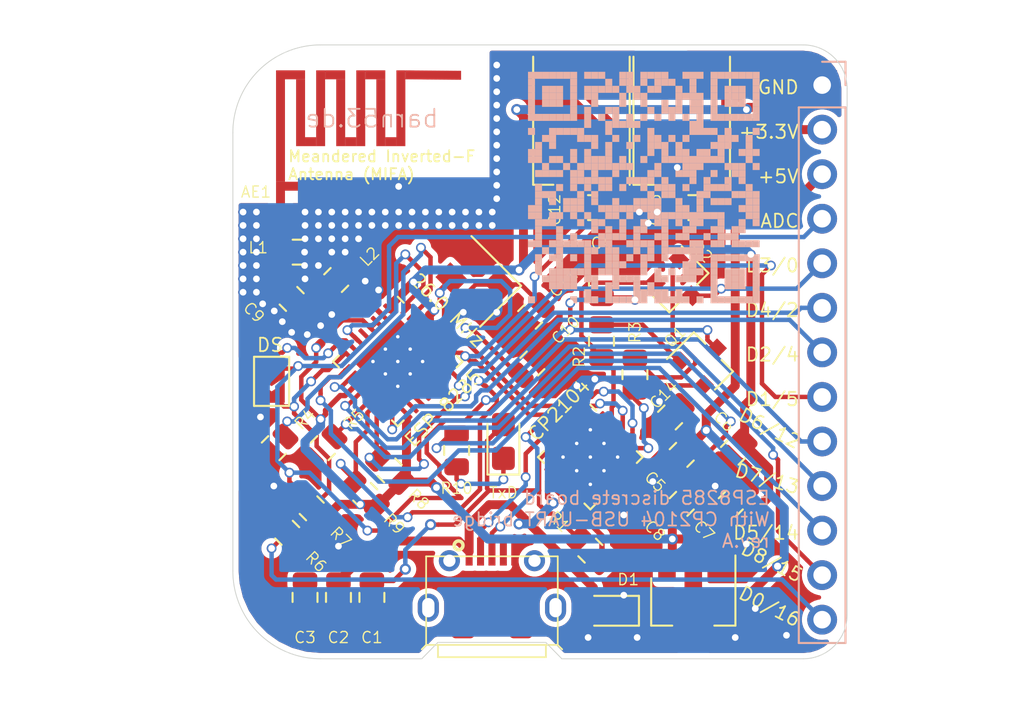
<source format=kicad_pcb>
(kicad_pcb (version 20171130) (host pcbnew "(5.1.4-0-10_14)")
  (layers (0 F.Cu signal) (31 B.Cu signal) (34 B.Paste user) (35 F.Paste user) (36 B.SilkS user) (37 F.SilkS user) (38 B.Mask user) (39 F.Mask user) (44 Edge.Cuts user))
  (net 0 "")
  (net 1 GND)
  (net 2 /USB_UART/VDD)
  (net 3 /Power/VBus)
  (net 4 +3V3)
  (net 5 /Power/D+)
  (net 6 /Power/D-)
  (net 7 "Net-(Q1-Pad1)")
  (net 8 "Net-(Q2-Pad1)")
  (net 9 "Net-(R1-Pad2)")
  (net 10 "Net-(R4-Pad1)")
  (net 11 /ESP8285/LNA)
  (net 12 /ESP8285/XTAL_IN)
  (net 13 /ESP8285/XTAL_OUT)
  (net 14 /ESP8285/Reset)
  (net 15 /USB_UART/RTS)
  (net 16 /GPIO0)
  (net 17 /USB_UART/DTR)
  (net 18 /ESP8285/Enable)
  (net 19 /USB_UART/RxD)
  (net 20 /ESP8285/ANT)
  (net 21 /Connections/GPIO16)
  (net 22 /Connections/GPIO15)
  (net 23 /Connections/GPIO14)
  (net 24 /Connections/GPIO13)
  (net 25 /Connections/GPIO12)
  (net 26 /Connections/GPIO5)
  (net 27 /Connections/GPIO4)
  (net 28 /Connections/GPIO2)
  (net 29 /Connections/ADC)
  (net 30 +5V)
  (net 31 /WS2812/DIn)
  (net 32 "Net-(D2-Pad2)")
  (net 33 "Net-(C14-Pad1)")
  (net 34 "Net-(D4-Pad1)")
  (net 35 /USB_UART/GPIO.0)
  (module QRCode:ESP8285-discrete-board (layer B.Cu) (at 153.416 48.133 180)
    (fp_text reference QR***** hide)
    (fp_text value ESP8285-discrete-board hide)
  )
  (module Resistor_SMD:R_0805_2012Metric (layer F.Cu) (at 142.748 63.119 90)
    (fp_text reference R10 (at -2.159 0 180) (layer F.SilkS) (effects (font (size 0.635 0.635) (thickness 0.0762))))
    (fp_text value 270)
    (pad 2 smd roundrect (at 0.9375 0 90) (size 0.975 1.4) (layers F.Cu F.Paste F.Mask) (net 35 /USB_UART/GPIO.0))
    (pad 1 smd roundrect (at -0.9375 0 90) (size 0.975 1.4) (layers F.Cu F.Paste F.Mask) (net 34 "Net-(D4-Pad1)"))
  )
  (module LED_SMD:LED_0805_2012Metric_Castellated (layer F.Cu) (at 145.415 62.611 90)
    (fp_text reference D4 hide)
    (fp_text value TxD (at -2.921 0 180) (layer F.SilkS) (effects (font (size 0.635 0.635) (thickness 0.0762))))
    (pad 2 smd roundrect (at 0.9625 0 90) (size 1.325 1.3) (layers F.Cu F.Paste F.Mask) (roundrect_rratio 0.192308) (net 2 /USB_UART/VDD))
    (pad 1 smd roundrect (at -0.9625 0 90) (size 1.325 1.3) (layers F.Cu F.Paste F.Mask) (roundrect_rratio 0.192308) (net 34 "Net-(D4-Pad1)"))
  )
  (module Capacitor_SMD:C_0805_2012Metric (layer F.Cu) (at 154.912087 61.241913 225)
    (fp_text reference C14 (at -0.668093 1.167433 45) (layer F.SilkS) (effects (font (size 0.635 0.635) (thickness 0.0762))))
    (fp_text value 4.7u)
    (pad 2 smd roundrect (at 0.9375 0 225) (size 0.975 1.4) (layers F.Cu F.Paste F.Mask) (net 1 GND))
    (pad 1 smd roundrect (at -0.9375 0 225) (size 0.975 1.4) (layers F.Cu F.Paste F.Mask) (net 33 "Net-(C14-Pad1)"))
  )
  (module LED_SMD:LED_WS2812B_PLCC4_5.0x5.0mm_P3.2mm (layer F.Cu) (at 155.575 44.323 270)
    (fp_text reference D3 hide)
    (fp_text value WS2812B)
    (pad 1 smd rect (at -2.45 -1.6 270) (size 1.5 1) (layers F.Cu F.Paste F.Mask) (net 30 +5V))
    (pad 2 smd rect (at -2.45 1.6 270) (size 1.5 1) (layers F.Cu F.Paste F.Mask))
    (pad 4 smd rect (at 2.45 -1.6 270) (size 1.5 1) (layers F.Cu F.Paste F.Mask) (net 32 "Net-(D2-Pad2)"))
    (pad 3 smd rect (at 2.45 1.6 270) (size 1.5 1) (layers F.Cu F.Paste F.Mask) (net 1 GND))
  )
  (module Capacitor_SMD:C_0805_2012Metric (layer F.Cu) (at 156.21 49.276 180)
    (fp_text reference C13 (at 2.159 -0.127 90) (layer F.SilkS) (effects (font (size 0.635 0.635) (thickness 0.0762))))
    (fp_text value 100n)
    (pad 2 smd roundrect (at 0.9375 0 180) (size 0.975 1.4) (layers F.Cu F.Paste F.Mask) (net 1 GND))
    (pad 1 smd roundrect (at -0.9375 0 180) (size 0.975 1.4) (layers F.Cu F.Paste F.Mask) (net 30 +5V))
  )
  (module Capacitor_SMD:C_0805_2012Metric (layer F.Cu) (at 150.495 49.276 180)
    (fp_text reference C12 (at 2.159 -0.127 90) (layer F.SilkS) (effects (font (size 0.635 0.635) (thickness 0.0762))))
    (fp_text value 100n)
    (pad 2 smd roundrect (at 0.9375 0 180) (size 0.975 1.4) (layers F.Cu F.Paste F.Mask) (net 1 GND))
    (pad 1 smd roundrect (at -0.9375 0 180) (size 0.975 1.4) (layers F.Cu F.Paste F.Mask) (net 30 +5V))
  )
  (module Capacitor_SMD:C_0805_2012Metric (layer F.Cu) (at 146.939 55.499 225)
    (fp_text reference C11 (at -2.694077 0 45) (layer F.SilkS) (effects (font (size 0.635 0.635) (thickness 0.0762))))
    (fp_text value 10p)
    (pad 2 smd roundrect (at 0.9375 0 225) (size 0.975 1.4) (layers F.Cu F.Paste F.Mask) (net 1 GND))
    (pad 1 smd roundrect (at -0.9375 0 225) (size 0.975 1.4) (layers F.Cu F.Paste F.Mask) (net 13 /ESP8285/XTAL_OUT))
  )
  (module barn53-kicad:MicroUSB_through_hole_fixing (layer F.Cu) (at 144.7618 68.8852)
    (fp_text reference J1 hide)
    (fp_text value USB_B_Micro)
    (pad 6 smd roundrect (at 1.65 4.5) (size 1.3 0.9) (layers F.Cu F.Paste F.Mask) (net 1 GND))
    (pad 6 smd roundrect (at -1.65 4.5) (size 1.3 0.9) (layers F.Cu F.Paste F.Mask) (net 1 GND))
    (pad 1 smd rect (at -1.3 0) (size 0.4 1.6) (layers F.Cu F.Paste F.Mask) (net 3 /Power/VBus))
    (pad 2 smd rect (at -0.65 0) (size 0.4 1.6) (layers F.Cu F.Paste F.Mask) (net 6 /Power/D-))
    (pad 3 smd rect (at 0 0) (size 0.4 1.6) (layers F.Cu F.Paste F.Mask) (net 5 /Power/D+))
    (pad 4 smd rect (at 0.65 0) (size 0.4 1.6) (layers F.Cu F.Paste F.Mask))
    (pad 5 smd rect (at 1.3 0) (size 0.4 1.6) (layers F.Cu F.Paste F.Mask) (net 1 GND))
    (pad "" thru_hole circle (at -2.425 0.525 180) (size 1.2 1.2) (drill 0.7) (layers *.Cu *.Mask))
    (pad "" thru_hole circle (at 2.425 0.525 180) (size 1.2 1.2) (drill 0.7) (layers *.Cu *.Mask))
    (pad "" thru_hole oval (at -3.625 3.2 180) (size 1.2 1.6) (drill oval 0.7 1.1) (layers *.Cu *.Mask))
    (pad "" thru_hole oval (at 3.625 3.2 180) (size 1.2 1.6) (drill oval 0.7 1.1) (layers *.Cu *.Mask))
  )
  (module Package_DFN_QFN:QFN-24-1EP_4x4mm_P0.5mm_EP2.7x2.7mm_ThermalVias (layer F.Cu) (at 150.368 63.5 315)
    (fp_text reference U1 hide)
    (fp_text value CP2104 (at -3.14309 -0.628618 225) (layer F.SilkS) (effects (font (size 0.762 0.762) (thickness 0.1016))))
    (pad 24 smd roundrect (at -1.25 -1.9625 315) (size 0.25 0.825) (layers F.Cu F.Paste F.Mask))
    (pad 23 smd roundrect (at -0.75 -1.9625 315) (size 0.25 0.825) (layers F.Cu F.Paste F.Mask) (net 17 /USB_UART/DTR))
    (pad 22 smd roundrect (at -0.25 -1.9625 315) (size 0.25 0.825) (layers F.Cu F.Paste F.Mask))
    (pad 21 smd roundrect (at 0.25 -1.9625 315) (size 0.25 0.825) (layers F.Cu F.Paste F.Mask) (net 31 /WS2812/DIn))
    (pad 20 smd roundrect (at 0.75 -1.9625 315) (size 0.25 0.825) (layers F.Cu F.Paste F.Mask) (net 19 /USB_UART/RxD))
    (pad 19 smd roundrect (at 1.25 -1.9625 315) (size 0.25 0.825) (layers F.Cu F.Paste F.Mask) (net 15 /USB_UART/RTS))
    (pad 18 smd roundrect (at 1.9625 -1.25 315) (size 0.825 0.25) (layers F.Cu F.Paste F.Mask))
    (pad 17 smd roundrect (at 1.9625 -0.75 315) (size 0.825 0.25) (layers F.Cu F.Paste F.Mask))
    (pad 16 smd roundrect (at 1.9625 -0.25 315) (size 0.825 0.25) (layers F.Cu F.Paste F.Mask) (net 33 "Net-(C14-Pad1)"))
    (pad 15 smd roundrect (at 1.9625 0.25 315) (size 0.825 0.25) (layers F.Cu F.Paste F.Mask))
    (pad 14 smd roundrect (at 1.9625 0.75 315) (size 0.825 0.25) (layers F.Cu F.Paste F.Mask) (net 35 /USB_UART/GPIO.0))
    (pad 13 smd roundrect (at 1.9625 1.25 315) (size 0.825 0.25) (layers F.Cu F.Paste F.Mask))
    (pad 12 smd roundrect (at 1.25 1.9625 315) (size 0.25 0.825) (layers F.Cu F.Paste F.Mask))
    (pad 11 smd roundrect (at 0.75 1.9625 315) (size 0.25 0.825) (layers F.Cu F.Paste F.Mask))
    (pad 10 smd roundrect (at 0.25 1.9625 315) (size 0.25 0.825) (layers F.Cu F.Paste F.Mask))
    (pad 9 smd roundrect (at -0.25 1.9625 315) (size 0.25 0.825) (layers F.Cu F.Paste F.Mask) (net 9 "Net-(R1-Pad2)"))
    (pad 8 smd roundrect (at -0.75 1.9625 315) (size 0.25 0.825) (layers F.Cu F.Paste F.Mask) (net 3 /Power/VBus))
    (pad 7 smd roundrect (at -1.25 1.9625 315) (size 0.25 0.825) (layers F.Cu F.Paste F.Mask) (net 3 /Power/VBus))
    (pad 6 smd roundrect (at -1.9625 1.25 315) (size 0.825 0.25) (layers F.Cu F.Paste F.Mask) (net 2 /USB_UART/VDD))
    (pad 5 smd roundrect (at -1.9625 0.75 315) (size 0.825 0.25) (layers F.Cu F.Paste F.Mask) (net 2 /USB_UART/VDD))
    (pad 4 smd roundrect (at -1.9625 0.25 315) (size 0.825 0.25) (layers F.Cu F.Paste F.Mask) (net 6 /Power/D-))
    (pad 3 smd roundrect (at -1.9625 -0.25 315) (size 0.825 0.25) (layers F.Cu F.Paste F.Mask) (net 5 /Power/D+))
    (pad 2 smd roundrect (at -1.9625 -0.75 315) (size 0.825 0.25) (layers F.Cu F.Paste F.Mask) (net 1 GND))
    (pad 1 smd roundrect (at -1.9625 -1.25 315) (size 0.825 0.25) (layers F.Cu F.Paste F.Mask))
    (pad 25 smd roundrect (at 0 0 315) (size 2.7 2.7) (layers B.Cu) (roundrect_rratio 0.09259299999999999) (net 1 GND))
    (pad 25 thru_hole circle (at 1.1 1.1 315) (size 0.5 0.5) (drill 0.2) (layers *.Cu) (net 1 GND))
    (pad 25 thru_hole circle (at 0 1.1 315) (size 0.5 0.5) (drill 0.2) (layers *.Cu) (net 1 GND))
    (pad 25 thru_hole circle (at -1.1 1.1 315) (size 0.5 0.5) (drill 0.2) (layers *.Cu) (net 1 GND))
    (pad 25 thru_hole circle (at 1.1 0 315) (size 0.5 0.5) (drill 0.2) (layers *.Cu) (net 1 GND))
    (pad 25 thru_hole circle (at 0 0 315) (size 0.5 0.5) (drill 0.2) (layers *.Cu) (net 1 GND))
    (pad 25 thru_hole circle (at -1.1 0 315) (size 0.5 0.5) (drill 0.2) (layers *.Cu) (net 1 GND))
    (pad 25 thru_hole circle (at 1.1 -1.1 315) (size 0.5 0.5) (drill 0.2) (layers *.Cu) (net 1 GND))
    (pad 25 thru_hole circle (at 0 -1.1 315) (size 0.5 0.5) (drill 0.2) (layers *.Cu) (net 1 GND))
    (pad 25 thru_hole circle (at -1.1 -1.1 315) (size 0.5 0.5) (drill 0.2) (layers *.Cu) (net 1 GND))
    (pad 25 smd roundrect (at 0 0 315) (size 2.7 2.7) (layers F.Cu F.Mask) (roundrect_rratio 0.09259299999999999) (net 1 GND))
  )
  (module LED_SMD:LED_WS2812B_PLCC4_5.0x5.0mm_P3.2mm (layer F.Cu) (at 149.86 44.323 270)
    (fp_text reference D2 hide)
    (fp_text value WS2812B)
    (pad 1 smd rect (at -2.45 -1.6 270) (size 1.5 1) (layers F.Cu F.Paste F.Mask) (net 30 +5V))
    (pad 2 smd rect (at -2.45 1.6 270) (size 1.5 1) (layers F.Cu F.Paste F.Mask) (net 32 "Net-(D2-Pad2)"))
    (pad 4 smd rect (at 2.45 -1.6 270) (size 1.5 1) (layers F.Cu F.Paste F.Mask) (net 31 /WS2812/DIn))
    (pad 3 smd rect (at 2.45 1.6 270) (size 1.5 1) (layers F.Cu F.Paste F.Mask) (net 1 GND))
  )
  (module Capacitor_SMD:C_0805_2012Metric (layer F.Cu) (at 147.066 58.166 45)
    (fp_text reference C10 (at 2.694077 0 45) (layer F.SilkS) (effects (font (size 0.635 0.635) (thickness 0.0762))))
    (fp_text value 10p)
    (pad 2 smd roundrect (at 0.9375 0 45) (size 0.975 1.4) (layers F.Cu F.Paste F.Mask) (net 1 GND))
    (pad 1 smd roundrect (at -0.9375 0 45) (size 0.975 1.4) (layers F.Cu F.Paste F.Mask) (net 12 /ESP8285/XTAL_IN))
  )
  (module Connector_PinHeader_2.54mm:PinHeader_1x13_P2.54mm_Vertical (layer B.Cu) (at 163.576 42.291 180)
    (fp_text reference J2 hide)
    (fp_text value Conn_01x13)
    (pad 13 thru_hole oval (at 0 -30.48 180) (size 1.7 1.7) (drill 1) (layers *.Cu *.Mask) (net 21 /Connections/GPIO16))
    (pad 12 thru_hole oval (at 0 -27.94 180) (size 1.7 1.7) (drill 1) (layers *.Cu *.Mask) (net 22 /Connections/GPIO15))
    (pad 11 thru_hole oval (at 0 -25.4 180) (size 1.7 1.7) (drill 1) (layers *.Cu *.Mask) (net 23 /Connections/GPIO14))
    (pad 10 thru_hole oval (at 0 -22.86 180) (size 1.7 1.7) (drill 1) (layers *.Cu *.Mask) (net 24 /Connections/GPIO13))
    (pad 9 thru_hole oval (at 0 -20.32 180) (size 1.7 1.7) (drill 1) (layers *.Cu *.Mask) (net 25 /Connections/GPIO12))
    (pad 8 thru_hole oval (at 0 -17.78 180) (size 1.7 1.7) (drill 1) (layers *.Cu *.Mask) (net 26 /Connections/GPIO5))
    (pad 7 thru_hole oval (at 0 -15.24 180) (size 1.7 1.7) (drill 1) (layers *.Cu *.Mask) (net 27 /Connections/GPIO4))
    (pad 6 thru_hole oval (at 0 -12.7 180) (size 1.7 1.7) (drill 1) (layers *.Cu *.Mask) (net 28 /Connections/GPIO2))
    (pad 5 thru_hole oval (at 0 -10.16 180) (size 1.7 1.7) (drill 1) (layers *.Cu *.Mask) (net 16 /GPIO0))
    (pad 4 thru_hole oval (at 0 -7.62 180) (size 1.7 1.7) (drill 1) (layers *.Cu *.Mask) (net 29 /Connections/ADC))
    (pad 3 thru_hole oval (at 0 -5.08 180) (size 1.7 1.7) (drill 1) (layers *.Cu *.Mask) (net 30 +5V))
    (pad 2 thru_hole oval (at 0 -2.54 180) (size 1.7 1.7) (drill 1) (layers *.Cu *.Mask) (net 4 +3V3))
    (pad 1 thru_hole rect (at 0 0 180) (size 1.7 1.7) (drill 1) (layers *.Cu *.Mask) (net 1 GND))
  )
  (module barn53-kicad:SolderJumper-2_P1.3mm_Open_Masked_TrianglePad1.0x1.5mm (layer F.Cu) (at 132.207 59.182 270)
    (fp_text reference JP1 hide)
    (fp_text value "DeepSleep Wakeup")
    (fp_text user DS (at -2.072038 0.089803 180) (layer F.SilkS) (effects (font (size 0.762 0.762) (thickness 0.1016))))
    (pad 1 smd custom (at -0.725 0 270) (size 0.3 0.3) (layers F.Cu F.Mask) (net 14 /ESP8285/Reset) (options (clearance outline) (anchor rect)) (primitives (gr_poly (pts (xy -0.5 -0.75) (xy 0.5 -0.75) (xy 1 0) (xy 0.5 0.75) (xy -0.5 0.75)) (width 0))))
    (pad 2 smd custom (at 0.725 0 270) (size 0.3 0.3) (layers F.Cu F.Mask) (net 21 /Connections/GPIO16) (options (clearance outline) (anchor rect)) (primitives (gr_poly (pts (xy -0.65 -0.75) (xy 0.5 -0.75) (xy 0.5 0.75) (xy -0.65 0.75) (xy -0.15 0)) (width 0))))
  )
  (module Crystal:Crystal_SMD_3225-4Pin_3.2x2.5mm (layer F.Cu) (at 143.841223 53.485142 135)
    (fp_text reference Y1 hide)
    (fp_text value "26.0 MHz")
    (fp_text user "26.0 MHz" (at -0.022369 -2.286841 315) (layer F.SilkS) (effects (font (size 0.762 0.762) (thickness 0.1016))))
    (pad 4 smd rect (at -1.1 -0.85 135) (size 1.4 1.2) (layers F.Cu F.Paste F.Mask) (net 1 GND))
    (pad 3 smd rect (at 1.1 -0.85 135) (size 1.4 1.2) (layers F.Cu F.Paste F.Mask) (net 12 /ESP8285/XTAL_IN))
    (pad 2 smd rect (at 1.1 0.85 135) (size 1.4 1.2) (layers F.Cu F.Paste F.Mask) (net 1 GND))
    (pad 1 smd rect (at -1.1 0.85 135) (size 1.4 1.2) (layers F.Cu F.Paste F.Mask) (net 13 /ESP8285/XTAL_OUT))
  )
  (module Resistor_SMD:R_0805_2012Metric (layer F.Cu) (at 137.541 65.659 135)
    (fp_text reference R9 (at -2.334867 0 135) (layer F.SilkS) (effects (font (size 0.635 0.635) (thickness 0.0762))))
    (fp_text value 10k)
    (pad 2 smd roundrect (at 0.9375 0 135) (size 0.975 1.4) (layers F.Cu F.Paste F.Mask) (net 28 /Connections/GPIO2))
    (pad 1 smd roundrect (at -0.9375 0 135) (size 0.975 1.4) (layers F.Cu F.Paste F.Mask) (net 4 +3V3))
  )
  (module Resistor_SMD:R_0805_2012Metric (layer F.Cu) (at 138.938 64.262 135)
    (fp_text reference R8 (at -2.334867 0 135) (layer F.SilkS) (effects (font (size 0.635 0.635) (thickness 0.0762))))
    (fp_text value 10k)
    (pad 2 smd roundrect (at 0.9375 0 135) (size 0.975 1.4) (layers F.Cu F.Paste F.Mask) (net 16 /GPIO0))
    (pad 1 smd roundrect (at -0.9375 0 135) (size 0.975 1.4) (layers F.Cu F.Paste F.Mask) (net 4 +3V3))
  )
  (module Resistor_SMD:R_0805_2012Metric (layer F.Cu) (at 134.493 66.421 135)
    (fp_text reference R7 (at -2.334867 0 135) (layer F.SilkS) (effects (font (size 0.635 0.635) (thickness 0.0762))))
    (fp_text value 10k)
    (pad 2 smd roundrect (at 0.9375 0 135) (size 0.975 1.4) (layers F.Cu F.Paste F.Mask) (net 14 /ESP8285/Reset))
    (pad 1 smd roundrect (at -0.9375 0 135) (size 0.975 1.4) (layers F.Cu F.Paste F.Mask) (net 4 +3V3))
  )
  (module Resistor_SMD:R_0805_2012Metric (layer F.Cu) (at 133.096 67.818 135)
    (fp_text reference R6 (at -2.334867 0 135) (layer F.SilkS) (effects (font (size 0.635 0.635) (thickness 0.0762))))
    (fp_text value 10k)
    (pad 2 smd roundrect (at 0.9375 0 135) (size 0.975 1.4) (layers F.Cu F.Paste F.Mask) (net 18 /ESP8285/Enable))
    (pad 1 smd roundrect (at -0.9375 0 135) (size 0.975 1.4) (layers F.Cu F.Paste F.Mask) (net 4 +3V3))
  )
  (module Resistor_SMD:R_0805_2012Metric (layer F.Cu) (at 135.128 62.992 225)
    (fp_text reference R5 (at -2.424669 -0.089803 45) (layer F.SilkS) (effects (font (size 0.635 0.635) (thickness 0.0762))))
    (fp_text value 10k)
    (pad 1 smd roundrect (at -0.9375 0 225) (size 0.975 1.4) (layers F.Cu F.Paste F.Mask) (net 22 /Connections/GPIO15))
    (pad 2 smd roundrect (at 0.9375 0 225) (size 0.975 1.4) (layers F.Cu F.Paste F.Mask) (net 1 GND))
  )
  (module Inductor_SMD:L_0805_2012Metric (layer F.Cu) (at 135.89 53.4035 45)
    (fp_text reference L2 (at 2.289965 0.404112 45) (layer F.SilkS) (effects (font (size 0.635 0.635) (thickness 0.0762))))
    (fp_text value L)
    (pad 2 smd roundrect (at 0.9375 0 45) (size 0.975 1.4) (layers F.Cu F.Paste F.Mask) (net 1 GND))
    (pad 1 smd roundrect (at -0.9375 0 45) (size 0.975 1.4) (layers F.Cu F.Paste F.Mask) (net 11 /ESP8285/LNA))
  )
  (module Inductor_SMD:L_0805_2012Metric (layer F.Cu) (at 133.6675 51.816)
    (fp_text reference L1 (at -2.2225 -0.254) (layer F.SilkS) (effects (font (size 0.635 0.635) (thickness 0.0762))))
    (fp_text value L)
    (pad 2 smd roundrect (at 0.9375 0) (size 0.975 1.4) (layers F.Cu F.Paste F.Mask) (net 1 GND))
    (pad 1 smd roundrect (at -0.9375 0) (size 0.975 1.4) (layers F.Cu F.Paste F.Mask) (net 20 /ESP8285/ANT))
  )
  (module Capacitor_SMD:C_0805_2012Metric (layer F.Cu) (at 133.35 54.483 135)
    (fp_text reference C9 (at 0.987828 -2.065459 135) (layer F.SilkS) (effects (font (size 0.635 0.635) (thickness 0.0762))))
    (fp_text value 5.6p)
    (pad 2 smd roundrect (at 0.9375 0 135) (size 0.975 1.4) (layers F.Cu F.Paste F.Mask) (net 20 /ESP8285/ANT))
    (pad 1 smd roundrect (at -0.9375 0 135) (size 0.975 1.4) (layers F.Cu F.Paste F.Mask) (net 11 /ESP8285/LNA))
  )
  (module Capacitor_SMD:C_0805_2012Metric (layer F.Cu) (at 155.575 66.167 45)
    (fp_text reference C8 (at -2.159 0 315) (layer F.SilkS) (effects (font (size 0.635 0.635) (thickness 0.0762))))
    (fp_text value 10u)
    (pad 2 smd roundrect (at 0.9375 0 45) (size 0.975 1.4) (layers F.Cu F.Paste F.Mask) (net 1 GND))
    (pad 1 smd roundrect (at -0.9375 0 45) (size 0.975 1.4) (layers F.Cu F.Paste F.Mask) (net 4 +3V3))
  )
  (module Capacitor_SMD:C_0805_2012Metric (layer F.Cu) (at 158.369 66.167 45)
    (fp_text reference C7 (at -2.159 0 315) (layer F.SilkS) (effects (font (size 0.635 0.635) (thickness 0.0762))))
    (fp_text value 1u)
    (pad 2 smd roundrect (at 0.9375 0 45) (size 0.975 1.4) (layers F.Cu F.Paste F.Mask) (net 1 GND))
    (pad 1 smd roundrect (at -0.9375 0 45) (size 0.975 1.4) (layers F.Cu F.Paste F.Mask) (net 4 +3V3))
  )
  (module barn53-kicad:PCB_Antenna_2.4GHz_MIFA_Layout_1mm_FR4_PCB (layer F.Cu) (at 132.715 50.546)
    (fp_text reference AE1 (at -1.397 -2.159) (layer F.SilkS) (effects (font (size 0.635 0.635) (thickness 0.0762))))
    (fp_text value PCB_Antenna_2.4GHz_1mm)
    (fp_poly (pts (xy 0.254 -1.4732) (xy 0.254 -2.2352) (xy 7.239 -2.2352) (xy 7.239 -2.7432) (xy 0.254 -2.7432) (xy -0.254 -2.7432) (xy -0.254 -1.4732)) (layer F.Cu) (width 0.00254))
    (fp_poly (pts (xy -0.254 -2.7432) (xy -0.254 -9.0932) (xy 1.397 -9.0932) (xy 1.397 -8.5852) (xy 0.254 -8.5852) (xy 0.254 -2.7432)) (layer F.Cu) (width 0.00254))
    (fp_poly (pts (xy 0.889 -8.5852) (xy 0.889 -4.7752) (xy 1.397 -4.7752) (xy 1.397 -8.5852)) (layer F.Cu) (width 0.00254))
    (fp_poly (pts (xy 1.397 -4.7752) (xy 2.032 -4.7752) (xy 2.032 -5.2832) (xy 1.397 -5.2832)) (layer F.Cu) (width 0.00254))
    (fp_poly (pts (xy 2.032 -9.0932) (xy 2.032 -4.7752) (xy 2.54 -4.7752) (xy 2.54 -9.0932)) (layer F.Cu) (width 0.00254))
    (fp_poly (pts (xy 2.54 -8.5852) (xy 3.683 -8.5852) (xy 3.683 -9.0932) (xy 2.54 -9.0932)) (layer F.Cu) (width 0.00254))
    (fp_poly (pts (xy 3.175 -8.5852) (xy 3.175 -4.7752) (xy 3.683 -4.7752) (xy 3.683 -8.5852)) (layer F.Cu) (width 0.00254))
    (fp_poly (pts (xy 3.683 -4.7752) (xy 4.318 -4.7752) (xy 4.318 -5.2832) (xy 3.683 -5.2832)) (layer F.Cu) (width 0.00254))
    (fp_poly (pts (xy 4.318 -9.0932) (xy 4.318 -4.7752) (xy 4.826 -4.7752) (xy 4.826 -9.0932)) (layer F.Cu) (width 0.00254))
    (fp_poly (pts (xy 4.826 -8.5852) (xy 5.969 -8.5852) (xy 5.969 -9.0932) (xy 4.826 -9.0932)) (layer F.Cu) (width 0.00254))
    (fp_poly (pts (xy 5.969 -4.7752) (xy 6.604 -4.7752) (xy 6.604 -5.2832) (xy 5.969 -5.2832)) (layer F.Cu) (width 0.00254))
    (fp_poly (pts (xy 5.461 -8.5852) (xy 5.461 -4.7752) (xy 5.969 -4.7752) (xy 5.969 -8.5852)) (layer F.Cu) (width 0.00254))
    (fp_poly (pts (xy 6.604 -9.0932) (xy 6.604 -4.7752) (xy 7.112 -4.7752) (xy 7.112 -9.0932)) (layer F.Cu) (width 0.00254))
    (fp_poly (pts (xy 7.112 -8.5852) (xy 10.287 -8.5598) (xy 10.287 -9.0678) (xy 7.112 -9.0932)) (layer F.Cu) (width 0.00254))
    (fp_poly (pts (xy -0.254 -1.4732) (xy -0.6604 -0.4572) (xy -0.6604 0.2032) (xy 0.6604 0.2032) (xy 0.6604 -0.4572) (xy 0.254 -1.4732)) (layer F.Cu) (width 0.00254))
    (pad 2 connect circle (at 2.54 -0.254) (size 0.381 0.381) (layers F.Cu) (net 1 GND))
    (pad 1 connect circle (at 0 0) (size 0.381 0.381) (layers F.Cu) (net 20 /ESP8285/ANT))
  )
  (module Package_TO_SOT_SMD:SOT-89-3 (layer F.Cu) (at 156.234 71.33 270)
    (fp_text reference U2 hide)
    (fp_text value BL8565)
    (pad 2 smd trapezoid (at -0.0762 0) (size 1.5 1) (rect_delta 0 0.7) (layers F.Cu F.Paste F.Mask) (net 30 +5V))
    (pad 2 smd rect (at 1.3335 0 180) (size 2.2 1.84) (layers F.Cu F.Paste F.Mask) (net 30 +5V))
    (pad 3 smd rect (at -1.48 1.5 180) (size 1 1.5) (layers F.Cu F.Paste F.Mask) (net 4 +3V3))
    (pad 2 smd rect (at -1.3335 0 180) (size 1 1.8) (layers F.Cu F.Paste F.Mask) (net 30 +5V))
    (pad 1 smd rect (at -1.48 -1.5 180) (size 1 1.5) (layers F.Cu F.Paste F.Mask) (net 1 GND))
    (pad 2 smd trapezoid (at 2.667 0 180) (size 1.6 0.85) (rect_delta 0 0.6) (layers F.Cu F.Paste F.Mask) (net 30 +5V))
  )
  (module Package_DFN_QFN:QFN-32-1EP_5x5mm_P0.5mm_EP3.6x3.6mm_ThermalVias (layer F.Cu) (at 139.397152 58.052025 315)
    (fp_text reference U3 hide)
    (fp_text value ESP_8285)
    (fp_text user "ESP 8285" (at 3.726806 0.044901 45) (layer F.SilkS) (effects (font (size 0.762 0.762) (thickness 0.1016))))
    (pad 32 smd roundrect (at -1.75 -2.45 315) (size 0.25 0.8) (layers F.Cu F.Paste F.Mask) (net 14 /ESP8285/Reset))
    (pad 31 smd roundrect (at -1.25 -2.45 315) (size 0.25 0.8) (layers F.Cu F.Paste F.Mask) (net 10 "Net-(R4-Pad1)"))
    (pad 30 smd roundrect (at -0.75 -2.45 315) (size 0.25 0.8) (layers F.Cu F.Paste F.Mask) (net 4 +3V3))
    (pad 29 smd roundrect (at -0.25 -2.45 315) (size 0.25 0.8) (layers F.Cu F.Paste F.Mask) (net 4 +3V3))
    (pad 28 smd roundrect (at 0.25 -2.45 315) (size 0.25 0.8) (layers F.Cu F.Paste F.Mask) (net 12 /ESP8285/XTAL_IN))
    (pad 27 smd roundrect (at 0.75 -2.45 315) (size 0.25 0.8) (layers F.Cu F.Paste F.Mask) (net 13 /ESP8285/XTAL_OUT))
    (pad 26 smd roundrect (at 1.25 -2.45 315) (size 0.25 0.8) (layers F.Cu F.Paste F.Mask) (net 19 /USB_UART/RxD))
    (pad 25 smd roundrect (at 1.75 -2.45 315) (size 0.25 0.8) (layers F.Cu F.Paste F.Mask) (net 31 /WS2812/DIn))
    (pad 24 smd roundrect (at 2.45 -1.75 315) (size 0.8 0.25) (layers F.Cu F.Paste F.Mask) (net 26 /Connections/GPIO5))
    (pad 23 smd roundrect (at 2.45 -1.25 315) (size 0.8 0.25) (layers F.Cu F.Paste F.Mask))
    (pad 22 smd roundrect (at 2.45 -0.75 315) (size 0.8 0.25) (layers F.Cu F.Paste F.Mask))
    (pad 21 smd roundrect (at 2.45 -0.25 315) (size 0.8 0.25) (layers F.Cu F.Paste F.Mask))
    (pad 20 smd roundrect (at 2.45 0.25 315) (size 0.8 0.25) (layers F.Cu F.Paste F.Mask))
    (pad 19 smd roundrect (at 2.45 0.75 315) (size 0.8 0.25) (layers F.Cu F.Paste F.Mask))
    (pad 18 smd roundrect (at 2.45 1.25 315) (size 0.8 0.25) (layers F.Cu F.Paste F.Mask))
    (pad 17 smd roundrect (at 2.45 1.75 315) (size 0.8 0.25) (layers F.Cu F.Paste F.Mask) (net 4 +3V3))
    (pad 16 smd roundrect (at 1.75 2.45 315) (size 0.25 0.8) (layers F.Cu F.Paste F.Mask) (net 27 /Connections/GPIO4))
    (pad 15 smd roundrect (at 1.25 2.45 315) (size 0.25 0.8) (layers F.Cu F.Paste F.Mask) (net 16 /GPIO0))
    (pad 14 smd roundrect (at 0.75 2.45 315) (size 0.25 0.8) (layers F.Cu F.Paste F.Mask) (net 28 /Connections/GPIO2))
    (pad 13 smd roundrect (at 0.25 2.45 315) (size 0.25 0.8) (layers F.Cu F.Paste F.Mask) (net 22 /Connections/GPIO15))
    (pad 12 smd roundrect (at -0.25 2.45 315) (size 0.25 0.8) (layers F.Cu F.Paste F.Mask) (net 24 /Connections/GPIO13))
    (pad 11 smd roundrect (at -0.75 2.45 315) (size 0.25 0.8) (layers F.Cu F.Paste F.Mask) (net 4 +3V3))
    (pad 10 smd roundrect (at -1.25 2.45 315) (size 0.25 0.8) (layers F.Cu F.Paste F.Mask) (net 25 /Connections/GPIO12))
    (pad 9 smd roundrect (at -1.75 2.45 315) (size 0.25 0.8) (layers F.Cu F.Paste F.Mask) (net 23 /Connections/GPIO14))
    (pad 8 smd roundrect (at -2.45 1.75 315) (size 0.8 0.25) (layers F.Cu F.Paste F.Mask) (net 21 /Connections/GPIO16))
    (pad 7 smd roundrect (at -2.45 1.25 315) (size 0.8 0.25) (layers F.Cu F.Paste F.Mask) (net 18 /ESP8285/Enable))
    (pad 6 smd roundrect (at -2.45 0.75 315) (size 0.8 0.25) (layers F.Cu F.Paste F.Mask) (net 29 /Connections/ADC))
    (pad 5 smd roundrect (at -2.45 0.25 315) (size 0.8 0.25) (layers F.Cu F.Paste F.Mask))
    (pad 4 smd roundrect (at -2.45 -0.25 315) (size 0.8 0.25) (layers F.Cu F.Paste F.Mask) (net 4 +3V3))
    (pad 3 smd roundrect (at -2.45 -0.75 315) (size 0.8 0.25) (layers F.Cu F.Paste F.Mask) (net 4 +3V3))
    (pad 2 smd roundrect (at -2.45 -1.25 315) (size 0.8 0.25) (layers F.Cu F.Paste F.Mask) (net 11 /ESP8285/LNA))
    (pad 1 smd roundrect (at -2.45 -1.75 315) (size 0.8 0.25) (layers F.Cu F.Paste F.Mask) (net 4 +3V3))
    (pad 33 smd roundrect (at 0 0 315) (size 2.5 2.5) (layers B.Cu) (roundrect_rratio 0.1) (net 1 GND))
    (pad 33 thru_hole circle (at 1 1 315) (size 0.5 0.5) (drill 0.2) (layers *.Cu) (net 1 GND))
    (pad 33 thru_hole circle (at 0 1 315) (size 0.5 0.5) (drill 0.2) (layers *.Cu) (net 1 GND))
    (pad 33 thru_hole circle (at -1 1 315) (size 0.5 0.5) (drill 0.2) (layers *.Cu) (net 1 GND))
    (pad 33 thru_hole circle (at 1 0 315) (size 0.5 0.5) (drill 0.2) (layers *.Cu) (net 1 GND))
    (pad 33 thru_hole circle (at 0 0 315) (size 0.5 0.5) (drill 0.2) (layers *.Cu) (net 1 GND))
    (pad 33 thru_hole circle (at -1 0 315) (size 0.5 0.5) (drill 0.2) (layers *.Cu) (net 1 GND))
    (pad 33 thru_hole circle (at 1 -1 315) (size 0.5 0.5) (drill 0.2) (layers *.Cu) (net 1 GND))
    (pad 33 thru_hole circle (at 0 -1 315) (size 0.5 0.5) (drill 0.2) (layers *.Cu) (net 1 GND))
    (pad 33 thru_hole circle (at -1 -1 315) (size 0.5 0.5) (drill 0.2) (layers *.Cu) (net 1 GND))
    (pad 33 smd roundrect (at 0 0 315) (size 3.6 3.6) (layers F.Cu F.Mask) (roundrect_rratio 0.06944400000000001) (net 1 GND))
  )
  (module Resistor_SMD:R_0805_2012Metric (layer F.Cu) (at 132.334 62.992 225)
    (fp_text reference R4 (at -2.424669 -0.089803 45) (layer F.SilkS) (effects (font (size 0.635 0.635) (thickness 0.0762))))
    (fp_text value "12k ±1%")
    (pad 2 smd roundrect (at 0.9375 0 225) (size 0.975 1.4) (layers F.Cu F.Paste F.Mask) (net 1 GND))
    (pad 1 smd roundrect (at -0.9375 0 225) (size 0.975 1.4) (layers F.Cu F.Paste F.Mask) (net 10 "Net-(R4-Pad1)"))
  )
  (module Resistor_SMD:R_0805_2012Metric (layer F.Cu) (at 152.908 58.801 270)
    (fp_text reference R3 (at -2.413 0 90) (layer F.SilkS) (effects (font (size 0.635 0.635) (thickness 0.0762))))
    (fp_text value 10k)
    (pad 2 smd roundrect (at 0.9375 0 270) (size 0.975 1.4) (layers F.Cu F.Paste F.Mask) (net 15 /USB_UART/RTS))
    (pad 1 smd roundrect (at -0.9375 0 270) (size 0.975 1.4) (layers F.Cu F.Paste F.Mask) (net 8 "Net-(Q2-Pad1)"))
  )
  (module Resistor_SMD:R_0805_2012Metric (layer F.Cu) (at 151.003 56.896 270)
    (fp_text reference R2 (at 0.889 1.27 90) (layer F.SilkS) (effects (font (size 0.635 0.635) (thickness 0.0762))))
    (fp_text value 10k)
    (pad 2 smd roundrect (at 0.9375 0 270) (size 0.975 1.4) (layers F.Cu F.Paste F.Mask) (net 17 /USB_UART/DTR))
    (pad 1 smd roundrect (at -0.9375 0 270) (size 0.975 1.4) (layers F.Cu F.Paste F.Mask) (net 7 "Net-(Q1-Pad1)"))
  )
  (module Resistor_SMD:R_0805_2012Metric (layer F.Cu) (at 150.368 68.834 315)
    (fp_text reference R1 (at -2.424669 0.089803 135) (layer F.SilkS) (effects (font (size 0.635 0.635) (thickness 0.0762))))
    (fp_text value 4k7)
    (pad 1 smd roundrect (at -0.9375 0 315) (size 0.975 1.4) (layers F.Cu F.Paste F.Mask) (net 2 /USB_UART/VDD))
    (pad 2 smd roundrect (at 0.9375 0 315) (size 0.975 1.4) (layers F.Cu F.Paste F.Mask) (net 9 "Net-(R1-Pad2)"))
  )
  (module Package_TO_SOT_SMD:SOT-23 (layer F.Cu) (at 155.448 53.594 315)
    (fp_text reference Q2 (at -0.35921 -2.155261 135) (layer F.SilkS) (effects (font (size 0.635 0.635) (thickness 0.0762))))
    (fp_text value S8050_J3Y)
    (pad 3 smd rect (at 1 0 315) (size 0.9 0.8) (layers F.Cu F.Paste F.Mask) (net 16 /GPIO0))
    (pad 2 smd rect (at -1 0.95 315) (size 0.9 0.8) (layers F.Cu F.Paste F.Mask) (net 17 /USB_UART/DTR))
    (pad 1 smd rect (at -1 -0.95 315) (size 0.9 0.8) (layers F.Cu F.Paste F.Mask) (net 8 "Net-(Q2-Pad1)"))
  )
  (module Package_TO_SOT_SMD:SOT-23 (layer F.Cu) (at 156.845 58.039 45)
    (fp_text reference Q1 (at -0.179605 -2.155261 225) (layer F.SilkS) (effects (font (size 0.635 0.635) (thickness 0.0762))))
    (fp_text value S8050_J3Y)
    (pad 3 smd rect (at 1 0 45) (size 0.9 0.8) (layers F.Cu F.Paste F.Mask) (net 14 /ESP8285/Reset))
    (pad 2 smd rect (at -1 0.95 45) (size 0.9 0.8) (layers F.Cu F.Paste F.Mask) (net 15 /USB_UART/RTS))
    (pad 1 smd rect (at -1 -0.95 45) (size 0.9 0.8) (layers F.Cu F.Paste F.Mask) (net 7 "Net-(Q1-Pad1)"))
  )
  (module Diode_SMD:D_SOD-323F (layer F.Cu) (at 151.638 72.263 180)
    (fp_text reference D1 (at -0.889 1.778) (layer F.SilkS) (effects (font (size 0.635 0.635) (thickness 0.0762))))
    (fp_text value BAT60A)
    (pad 2 smd rect (at 1.1 0 180) (size 0.5 0.5) (layers F.Cu F.Paste F.Mask) (net 3 /Power/VBus))
    (pad 1 smd rect (at -1.1 0 180) (size 0.5 0.5) (layers F.Cu F.Paste F.Mask) (net 30 +5V))
  )
  (module Capacitor_SMD:C_0805_2012Metric (layer F.Cu) (at 158.496 63.246 225)
    (fp_text reference C6 (at -0.898026 1.616446 315) (layer F.SilkS) (effects (font (size 0.635 0.635) (thickness 0.0762))))
    (fp_text value 100n)
    (pad 2 smd roundrect (at 0.9375 0 225) (size 0.975 1.4) (layers F.Cu F.Paste F.Mask) (net 1 GND))
    (pad 1 smd roundrect (at -0.9375 0 225) (size 0.975 1.4) (layers F.Cu F.Paste F.Mask) (net 4 +3V3))
  )
  (module Capacitor_SMD:C_0805_2012Metric (layer F.Cu) (at 155.575 63.373 225)
    (fp_text reference C5 (at 2.155261 0 135) (layer F.SilkS) (effects (font (size 0.635 0.635) (thickness 0.0762))))
    (fp_text value 1u)
    (pad 2 smd roundrect (at 0.9375 0 225) (size 0.975 1.4) (layers F.Cu F.Paste F.Mask) (net 1 GND))
    (pad 1 smd roundrect (at -0.9375 0 225) (size 0.975 1.4) (layers F.Cu F.Paste F.Mask) (net 30 +5V))
  )
  (module Capacitor_SMD:C_0805_2012Metric (layer F.Cu) (at 151.003 53.467 90)
    (fp_text reference C4 (at 2.159 0 180) (layer F.SilkS) (effects (font (size 0.635 0.635) (thickness 0.0762))))
    (fp_text value 100n)
    (pad 2 smd roundrect (at 0.9375 0 90) (size 0.975 1.4) (layers F.Cu F.Paste F.Mask) (net 1 GND))
    (pad 1 smd roundrect (at -0.9375 0 90) (size 0.975 1.4) (layers F.Cu F.Paste F.Mask) (net 14 /ESP8285/Reset))
  )
  (module Capacitor_SMD:C_0805_2012Metric (layer F.Cu) (at 134.112 71.501 270)
    (fp_text reference C3 (at 2.286 0 180) (layer F.SilkS) (effects (font (size 0.635 0.635) (thickness 0.0762))))
    (fp_text value 4u7)
    (pad 2 smd roundrect (at 0.9375 0 270) (size 0.975 1.4) (layers F.Cu F.Paste F.Mask) (net 1 GND))
    (pad 1 smd roundrect (at -0.9375 0 270) (size 0.975 1.4) (layers F.Cu F.Paste F.Mask) (net 2 /USB_UART/VDD))
  )
  (module Capacitor_SMD:C_0805_2012Metric (layer F.Cu) (at 136.017 71.501 270)
    (fp_text reference C2 (at 2.286 0 180) (layer F.SilkS) (effects (font (size 0.635 0.635) (thickness 0.0762))))
    (fp_text value 1u)
    (pad 2 smd roundrect (at 0.9375 0 270) (size 0.975 1.4) (layers F.Cu F.Paste F.Mask) (net 1 GND))
    (pad 1 smd roundrect (at -0.9375 0 270) (size 0.975 1.4) (layers F.Cu F.Paste F.Mask) (net 3 /Power/VBus))
  )
  (module Capacitor_SMD:C_0805_2012Metric (layer F.Cu) (at 137.922 71.501 270)
    (fp_text reference C1 (at 2.286 0 180) (layer F.SilkS) (effects (font (size 0.635 0.635) (thickness 0.0762))))
    (fp_text value 100n)
    (pad 2 smd roundrect (at 0.9375 0 270) (size 0.975 1.4) (layers F.Cu F.Paste F.Mask) (net 1 GND))
    (pad 1 smd roundrect (at -0.9375 0 270) (size 0.975 1.4) (layers F.Cu F.Paste F.Mask) (net 2 /USB_UART/VDD))
  )
  (gr_text "Meandered Inverted-F\nAntenna (MIFA)" (at 133.096 46.863) (layer F.SilkS) (effects (font (size 0.635 0.635) (thickness 0.1016)) (justify left)))
  (gr_text "ESP8285 discrete board\nWith CP2104 USB-UART bridge\nrev.A" (at 160.655 67.056) (layer B.SilkS) (effects (font (size 0.762 0.762) (thickness 0.1016)) (justify left mirror)))
  (gr_text barn53.de (at 137.922 44.196) (layer B.SilkS) (effects (font (size 1.016 1.016) (thickness 0.1016)) (justify mirror)))
  (gr_text D0/16 (at 162.306 72.898 333) (layer F.SilkS) (effects (font (size 0.762 0.762) (thickness 0.1016)) (justify right)))
  (gr_text D8/15 (at 162.433 70.358 333) (layer F.SilkS) (effects (font (size 0.762 0.762) (thickness 0.1016)) (justify right)))
  (gr_text D5/14 (at 162.306 67.818) (layer F.SilkS) (effects (font (size 0.762 0.762) (thickness 0.1016)) (justify right)))
  (gr_text D7/13 (at 162.306 65.278 344) (layer F.SilkS) (effects (font (size 0.762 0.762) (thickness 0.1016)) (justify right)))
  (gr_text D6/12 (at 162.306 62.738 333) (layer F.SilkS) (effects (font (size 0.762 0.762) (thickness 0.1016)) (justify right)))
  (gr_text D1/5 (at 162.306 60.198) (layer F.SilkS) (effects (font (size 0.762 0.762) (thickness 0.1016)) (justify right)))
  (gr_text D2/4 (at 162.306 57.658) (layer F.SilkS) (effects (font (size 0.762 0.762) (thickness 0.1016)) (justify right)))
  (gr_text D4/2 (at 162.306 55.118) (layer F.SilkS) (effects (font (size 0.762 0.762) (thickness 0.1016)) (justify right)))
  (gr_text D3/0 (at 162.306 52.578) (layer F.SilkS) (effects (font (size 0.762 0.762) (thickness 0.1016)) (justify right)))
  (gr_text ADC (at 162.306 50.038) (layer F.SilkS) (effects (font (size 0.762 0.762) (thickness 0.1016)) (justify right)))
  (gr_text +5V (at 162.306 47.498) (layer F.SilkS) (effects (font (size 0.762 0.762) (thickness 0.1016)) (justify right)))
  (gr_text +3.3V (at 162.306 44.958) (layer F.SilkS) (effects (font (size 0.762 0.762) (thickness 0.1016)) (justify right)))
  (gr_text GND (at 162.306 42.418) (layer F.SilkS) (effects (font (size 0.762 0.762) (thickness 0.1016)) (justify right)))
  (gr_arc (start 162.5 72.5) (end 162.5 75) (angle -90) (layer Edge.Cuts) (width 0.05))
  (gr_arc (start 162.5 42.5) (end 165 42.5) (angle -90) (layer Edge.Cuts) (width 0.05))
  (gr_line (start 141.6812 74.0664) (end 140.7668 75) (layer Edge.Cuts) (width 0.05))
  (gr_line (start 147.828 74.0664) (end 148.7424 75) (layer Edge.Cuts) (width 0.05))
  (gr_line (start 135 75) (end 140.7668 75) (layer Edge.Cuts) (width 0.05))
  (gr_line (start 147.828 74.0664) (end 141.6812 74.0664) (layer Edge.Cuts) (width 0.05))
  (gr_arc (start 135 70) (end 130 70) (angle -90) (layer Edge.Cuts) (width 0.05))
  (gr_arc (start 135 45) (end 135 40) (angle -90) (layer Edge.Cuts) (width 0.05))
  (gr_line (start 130 70) (end 130 45) (layer Edge.Cuts) (width 0.05))
  (gr_line (start 162.5 75) (end 148.7424 75) (layer Edge.Cuts) (width 0.05))
  (gr_line (start 165 42.5) (end 165 72.5) (layer Edge.Cuts) (width 0.05))
  (gr_line (start 135 40) (end 162.5 40) (layer Edge.Cuts) (width 0.05))
  (via (at 139.446 48.0695) (size 0.5588) (drill 0.381) (layers F.Cu B.Cu) (net 1))
  (via (at 134.112 49.53) (size 0.5588) (drill 0.381) (layers F.Cu B.Cu) (net 1))
  (via (at 131.3434 49.53) (size 0.5588) (drill 0.381) (layers F.Cu B.Cu) (net 1))
  (via (at 130.5814 49.53) (size 0.5588) (drill 0.381) (layers F.Cu B.Cu) (net 1))
  (via (at 130.5814 50.292) (size 0.5588) (drill 0.381) (layers F.Cu B.Cu) (net 1))
  (via (at 130.5814 51.054) (size 0.5588) (drill 0.381) (layers F.Cu B.Cu) (net 1))
  (via (at 130.5814 51.816) (size 0.5588) (drill 0.381) (layers F.Cu B.Cu) (net 1))
  (via (at 131.3434 52.578) (size 0.5588) (drill 0.381) (layers F.Cu B.Cu) (net 1))
  (via (at 130.5814 52.578) (size 0.5588) (drill 0.381) (layers F.Cu B.Cu) (net 1))
  (via (at 130.5814 53.34) (size 0.5588) (drill 0.381) (layers F.Cu B.Cu) (net 1))
  (via (at 130.5814 54.102) (size 0.5588) (drill 0.381) (layers F.Cu B.Cu) (net 1))
  (via (at 131.699 54.7624) (size 0.5588) (drill 0.381) (layers F.Cu B.Cu) (net 1))
  (via (at 132.3594 55.1688) (size 0.5588) (drill 0.381) (layers F.Cu B.Cu) (net 1))
  (via (at 132.8166 55.7784) (size 0.5588) (drill 0.381) (layers F.Cu B.Cu) (net 1))
  (via (at 134.112 50.292) (size 0.5588) (drill 0.381) (layers F.Cu B.Cu) (net 1))
  (via (at 134.112 51.054) (size 0.5588) (drill 0.381) (layers F.Cu B.Cu) (net 1))
  (via (at 134.874 49.53) (size 0.5588) (drill 0.381) (layers F.Cu B.Cu) (net 1))
  (via (at 135.636 49.53) (size 0.5588) (drill 0.381) (layers F.Cu B.Cu) (net 1))
  (via (at 136.398 49.53) (size 0.5588) (drill 0.381) (layers F.Cu B.Cu) (net 1))
  (via (at 137.16 49.53) (size 0.5588) (drill 0.381) (layers F.Cu B.Cu) (net 1))
  (via (at 137.922 49.53) (size 0.5588) (drill 0.381) (layers F.Cu B.Cu) (net 1))
  (via (at 138.684 49.53) (size 0.5588) (drill 0.381) (layers F.Cu B.Cu) (net 1))
  (via (at 139.446 49.53) (size 0.5588) (drill 0.381) (layers F.Cu B.Cu) (net 1))
  (via (at 140.208 49.53) (size 0.5588) (drill 0.381) (layers F.Cu B.Cu) (net 1))
  (via (at 140.97 49.53) (size 0.5588) (drill 0.381) (layers F.Cu B.Cu) (net 1))
  (via (at 141.732 49.53) (size 0.5588) (drill 0.381) (layers F.Cu B.Cu) (net 1))
  (via (at 142.494 49.53) (size 0.5588) (drill 0.381) (layers F.Cu B.Cu) (net 1))
  (via (at 143.256 49.53) (size 0.5588) (drill 0.381) (layers F.Cu B.Cu) (net 1))
  (via (at 134.874 50.292) (size 0.5588) (drill 0.381) (layers F.Cu B.Cu) (net 1))
  (via (at 135.636 50.292) (size 0.5588) (drill 0.381) (layers F.Cu B.Cu) (net 1))
  (via (at 136.398 50.292) (size 0.5588) (drill 0.381) (layers F.Cu B.Cu) (net 1))
  (via (at 137.16 50.292) (size 0.5588) (drill 0.381) (layers F.Cu B.Cu) (net 1))
  (via (at 137.922 50.292) (size 0.5588) (drill 0.381) (layers F.Cu B.Cu) (net 1))
  (via (at 138.684 50.292) (size 0.5588) (drill 0.381) (layers F.Cu B.Cu) (net 1))
  (via (at 139.446 50.292) (size 0.5588) (drill 0.381) (layers F.Cu B.Cu) (net 1))
  (via (at 140.208 50.292) (size 0.5588) (drill 0.381) (layers F.Cu B.Cu) (net 1))
  (via (at 140.97 50.292) (size 0.5588) (drill 0.381) (layers F.Cu B.Cu) (net 1))
  (via (at 141.732 50.292) (size 0.5588) (drill 0.381) (layers F.Cu B.Cu) (net 1))
  (via (at 142.494 50.292) (size 0.5588) (drill 0.381) (layers F.Cu B.Cu) (net 1))
  (via (at 143.256 50.292) (size 0.5588) (drill 0.381) (layers F.Cu B.Cu) (net 1))
  (via (at 134.0866 51.816) (size 0.5588) (drill 0.381) (layers F.Cu B.Cu) (net 1))
  (via (at 134.0866 52.578) (size 0.5588) (drill 0.381) (layers F.Cu B.Cu) (net 1))
  (via (at 134.112 53.34) (size 0.5588) (drill 0.381) (layers F.Cu B.Cu) (net 1))
  (via (at 134.874 51.054) (size 0.5588) (drill 0.381) (layers F.Cu B.Cu) (net 1))
  (via (at 135.636 51.054) (size 0.5588) (drill 0.381) (layers F.Cu B.Cu) (net 1))
  (via (at 136.398 51.054) (size 0.5588) (drill 0.381) (layers F.Cu B.Cu) (net 1))
  (via (at 137.16 51.054) (size 0.5588) (drill 0.381) (layers F.Cu B.Cu) (net 1))
  (via (at 135.636 51.816) (size 0.5588) (drill 0.381) (layers F.Cu B.Cu) (net 1))
  (via (at 136.398 51.816) (size 0.5588) (drill 0.381) (layers F.Cu B.Cu) (net 1))
  (via (at 135.001 56.007) (size 0.5588) (drill 0.381) (layers F.Cu B.Cu) (net 1))
  (via (at 135.636 55.372) (size 0.5588) (drill 0.381) (layers F.Cu B.Cu) (net 1))
  (via (at 137.541 53.467) (size 0.5588) (drill 0.381) (layers F.Cu B.Cu) (net 1))
  (via (at 138.303 53.975) (size 0.5588) (drill 0.381) (layers F.Cu B.Cu) (net 1))
  (via (at 131.3434 53.34) (size 0.5588) (drill 0.381) (layers F.Cu B.Cu) (net 1))
  (via (at 131.3434 54.102) (size 0.5588) (drill 0.381) (layers F.Cu B.Cu) (net 1))
  (via (at 131.3434 50.292) (size 0.5588) (drill 0.381) (layers F.Cu B.Cu) (net 1))
  (via (at 131.3434 51.054) (size 0.5588) (drill 0.381) (layers F.Cu B.Cu) (net 1))
  (via (at 131.3434 51.816) (size 0.5588) (drill 0.381) (layers F.Cu B.Cu) (net 1))
  (via (at 133.35 56.388) (size 0.5588) (drill 0.381) (layers F.Cu B.Cu) (net 1))
  (via (at 134.239 56.515) (size 0.5588) (drill 0.381) (layers F.Cu B.Cu) (net 1))
  (via (at 134.874 52.578) (size 0.5588) (drill 0.381) (layers F.Cu B.Cu) (net 1))
  (via (at 144.018 49.53) (size 0.5588) (drill 0.381) (layers F.Cu B.Cu) (net 1))
  (via (at 144.018 50.292) (size 0.5588) (drill 0.381) (layers F.Cu B.Cu) (net 1))
  (via (at 155.321 46.99) (size 0.635) (drill 0.381) (layers F.Cu B.Cu) (net 1))
  (via (at 131.572 61.214) (size 0.5588) (drill 0.381) (layers F.Cu B.Cu) (net 1))
  (via (at 132.334 65.151) (size 0.5588) (drill 0.381) (layers F.Cu B.Cu) (net 1))
  (via (at 136.017 68.58) (size 0.5588) (drill 0.381) (layers F.Cu B.Cu) (net 1))
  (via (at 153.162 49.53) (size 0.5588) (drill 0.381) (layers F.Cu B.Cu) (net 1))
  (via (at 154.178 49.53) (size 0.5588) (drill 0.381) (layers F.Cu B.Cu) (net 1))
  (via (at 153.67 50.165) (size 0.5588) (drill 0.381) (layers F.Cu B.Cu) (net 1))
  (via (at 159.258 68.453) (size 0.5588) (drill 0.381) (layers F.Cu B.Cu) (net 1))
  (via (at 159.766 72.136) (size 0.5588) (drill 0.381) (layers F.Cu B.Cu) (net 1))
  (via (at 161.544 73.66) (size 0.5588) (drill 0.381) (layers F.Cu B.Cu) (net 1))
  (via (at 158.623 73.787) (size 0.5588) (drill 0.381) (layers F.Cu B.Cu) (net 1))
  (via (at 153.035 73.787) (size 0.5588) (drill 0.381) (layers F.Cu B.Cu) (net 1))
  (via (at 152.273 66.802) (size 0.5588) (drill 0.381) (layers F.Cu B.Cu) (net 1))
  (via (at 150.241 73.787) (size 0.5588) (drill 0.381) (layers F.Cu B.Cu) (net 1))
  (via (at 152.273 71.374) (size 0.5588) (drill 0.381) (layers F.Cu B.Cu) (net 1))
  (via (at 157.48 65.151) (size 0.5588) (drill 0.381) (layers F.Cu B.Cu) (net 1))
  (via (at 143.129 55.245) (size 0.5588) (drill 0.381) (layers F.Cu B.Cu) (net 1))
  (via (at 145.034 55.245) (size 0.5588) (drill 0.381) (layers F.Cu B.Cu) (net 1))
  (segment (start 150.368 62.43934) (end 150.368 63.5) (width 0.254) (layer F.Cu) (net 1))
  (segment (start 149.510633 61.581973) (end 150.368 62.43934) (width 0.254) (layer F.Cu) (net 1))
  (via (at 154.305 60.325) (size 0.5588) (drill 0.381) (layers F.Cu B.Cu) (net 1))
  (via (at 144.78 49.53) (size 0.5588) (drill 0.381) (layers F.Cu B.Cu) (net 1))
  (via (at 145.034 48.768) (size 0.5588) (drill 0.381) (layers F.Cu B.Cu) (net 1))
  (via (at 145.034 48.006) (size 0.5588) (drill 0.381) (layers F.Cu B.Cu) (net 1))
  (via (at 145.034 47.244) (size 0.5588) (drill 0.381) (layers F.Cu B.Cu) (net 1))
  (via (at 145.034 46.482) (size 0.5588) (drill 0.381) (layers F.Cu B.Cu) (net 1))
  (via (at 145.034 45.72) (size 0.5588) (drill 0.381) (layers F.Cu B.Cu) (net 1))
  (via (at 145.034 44.958) (size 0.5588) (drill 0.381) (layers F.Cu B.Cu) (net 1))
  (via (at 145.034 44.196) (size 0.5588) (drill 0.381) (layers F.Cu B.Cu) (net 1))
  (via (at 145.034 43.434) (size 0.5588) (drill 0.381) (layers F.Cu B.Cu) (net 1))
  (via (at 145.034 42.672) (size 0.5588) (drill 0.381) (layers F.Cu B.Cu) (net 1))
  (via (at 145.034 41.91) (size 0.5588) (drill 0.381) (layers F.Cu B.Cu) (net 1))
  (via (at 145.034 41.148) (size 0.5588) (drill 0.381) (layers F.Cu B.Cu) (net 1))
  (via (at 144.78 50.292) (size 0.5588) (drill 0.381) (layers F.Cu B.Cu) (net 1))
  (via (at 153.924 64.897) (size 0.5588) (drill 0.381) (layers F.Cu B.Cu) (net 1))
  (via (at 150.622 59.055) (size 0.5588) (drill 0.381) (layers F.Cu B.Cu) (net 1))
  (via (at 149.606 59.436) (size 0.5588) (drill 0.381) (layers F.Cu B.Cu) (net 1))
  (segment (start 137.365763 71.119737) (end 137.922 70.5635) (width 0.254) (layer F.Cu) (net 2))
  (segment (start 134.41841 71.45741) (end 137.02809 71.45741) (width 0.254) (layer F.Cu) (net 2))
  (segment (start 137.02809 71.45741) (end 137.365763 71.119737) (width 0.254) (layer F.Cu) (net 2))
  (segment (start 134.112 71.151) (end 134.41841 71.45741) (width 0.254) (layer F.Cu) (net 2))
  (segment (start 134.112 70.5635) (end 134.112 71.151) (width 0.254) (layer F.Cu) (net 2))
  (segment (start 148.449972 62.642633) (end 148.096419 62.996186) (width 0.254) (layer F.Cu) (net 2))
  (segment (start 148.449973 62.642633) (end 148.449972 62.642633) (width 0.254) (layer F.Cu) (net 2))
  (via (at 141.26508 67.35108) (size 0.635) (drill 0.381) (layers F.Cu B.Cu) (net 2))
  (via (at 139.827 69.88809) (size 0.635) (drill 0.381) (layers F.Cu B.Cu) (net 2))
  (segment (start 139.15159 70.5635) (end 139.509501 70.205589) (width 0.254) (layer F.Cu) (net 2))
  (segment (start 137.922 70.5635) (end 139.15159 70.5635) (width 0.254) (layer F.Cu) (net 2))
  (segment (start 141.26508 67.35108) (end 139.827 68.78916) (width 0.254) (layer B.Cu) (net 2))
  (segment (start 139.509501 70.205589) (end 139.827 69.88809) (width 0.254) (layer F.Cu) (net 2))
  (segment (start 139.827 69.439078) (end 139.827 69.88809) (width 0.254) (layer B.Cu) (net 2))
  (segment (start 139.827 68.78916) (end 139.827 69.439078) (width 0.254) (layer B.Cu) (net 2))
  (segment (start 142.65145 67.35108) (end 141.714092 67.35108) (width 0.254) (layer F.Cu) (net 2))
  (segment (start 144.59753 65.405) (end 142.65145 67.35108) (width 0.254) (layer F.Cu) (net 2))
  (segment (start 141.714092 67.35108) (end 141.26508 67.35108) (width 0.254) (layer F.Cu) (net 2))
  (segment (start 147.447 65.405) (end 144.59753 65.405) (width 0.254) (layer F.Cu) (net 2))
  (segment (start 147.447 63.645605) (end 147.447 65.405) (width 0.254) (layer F.Cu) (net 2))
  (segment (start 148.096419 62.996186) (end 147.447 63.645605) (width 0.254) (layer F.Cu) (net 2))
  (segment (start 148.256821 66.722821) (end 149.705087 68.171087) (width 0.254) (layer F.Cu) (net 2))
  (segment (start 147.447 66.206254) (end 147.963567 66.722821) (width 0.254) (layer F.Cu) (net 2))
  (segment (start 147.447 65.405) (end 147.447 66.206254) (width 0.254) (layer F.Cu) (net 2))
  (segment (start 147.963567 66.722821) (end 148.256821 66.722821) (width 0.254) (layer F.Cu) (net 2))
  (segment (start 144.48559 62.57791) (end 144.48559 65.29306) (width 0.254) (layer F.Cu) (net 2))
  (segment (start 144.48559 65.29306) (end 144.59753 65.405) (width 0.254) (layer F.Cu) (net 2))
  (segment (start 145.415 61.6485) (end 144.48559 62.57791) (width 0.254) (layer F.Cu) (net 2))
  (segment (start 148.449973 64.357367) (end 148.449972 64.357367) (width 0.3048) (layer F.Cu) (net 3))
  (segment (start 148.09642 64.003814) (end 148.449973 64.357367) (width 0.3048) (layer F.Cu) (net 3))
  (segment (start 148.096419 64.003814) (end 148.09642 64.003814) (width 0.508) (layer F.Cu) (net 3))
  (segment (start 136.017 70.5635) (end 138.2953 68.2852) (width 0.508) (layer F.Cu) (net 3))
  (segment (start 138.2953 68.2852) (end 142.8618 68.2852) (width 0.508) (layer F.Cu) (net 3))
  (segment (start 142.8618 68.2852) (end 143.4618 68.8852) (width 0.508) (layer F.Cu) (net 3))
  (segment (start 150.538 71.505) (end 150.538 72.263) (width 0.508) (layer F.Cu) (net 3))
  (segment (start 150.538 70.93912) (end 150.538 71.505) (width 0.508) (layer F.Cu) (net 3))
  (via (at 146.304 67.31) (size 0.635) (drill 0.381) (layers F.Cu B.Cu) (net 3))
  (segment (start 146.54294 67.07106) (end 146.54294 66.94406) (width 0.508) (layer F.Cu) (net 3))
  (segment (start 146.304 67.31) (end 146.54294 67.07106) (width 0.508) (layer F.Cu) (net 3))
  (segment (start 146.54294 66.94406) (end 150.538 70.93912) (width 0.508) (layer F.Cu) (net 3))
  (segment (start 143.4618 68.8852) (end 143.4618 67.3582) (width 0.508) (layer F.Cu) (net 3))
  (segment (start 143.4618 67.3582) (end 144.602178 66.217822) (width 0.508) (layer F.Cu) (net 3))
  (segment (start 144.602178 66.217822) (end 145.816702 66.217822) (width 0.508) (layer F.Cu) (net 3))
  (segment (start 145.816702 66.217822) (end 146.54294 66.94406) (width 0.508) (layer F.Cu) (net 3))
  (via (at 148.25008 66.12592) (size 0.635) (drill 0.381) (layers F.Cu B.Cu) (net 3))
  (segment (start 147.932581 66.443419) (end 148.25008 66.12592) (width 0.508) (layer B.Cu) (net 3))
  (segment (start 147.066 67.31) (end 147.932581 66.443419) (width 0.508) (layer B.Cu) (net 3))
  (segment (start 147.932581 64.874759) (end 147.932581 65.808421) (width 0.3048) (layer F.Cu) (net 3))
  (segment (start 147.932581 65.808421) (end 148.25008 66.12592) (width 0.3048) (layer F.Cu) (net 3))
  (segment (start 146.304 67.31) (end 147.066 67.31) (width 0.508) (layer B.Cu) (net 3))
  (segment (start 148.449973 64.357367) (end 147.932581 64.874759) (width 0.3048) (layer F.Cu) (net 3))
  (segment (start 139.600913 64.924913) (end 138.330913 66.194913) (width 0.508) (layer F.Cu) (net 4))
  (segment (start 136.044913 66.194913) (end 135.282913 66.956913) (width 0.508) (layer F.Cu) (net 4))
  (segment (start 135.282913 66.956913) (end 134.012913 68.226913) (width 0.508) (layer F.Cu) (net 4))
  (segment (start 140.599234 55.789283) (end 140.599234 55.789284) (width 0.254) (layer F.Cu) (net 4))
  (segment (start 138.19507 55.789284) (end 137.841517 56.142837) (width 0.254) (layer F.Cu) (net 4))
  (segment (start 138.19507 55.789283) (end 138.19507 55.789284) (width 0.254) (layer F.Cu) (net 4))
  (via (at 141.478 55.118) (size 0.5588) (drill 0.381) (layers F.Cu B.Cu) (net 4))
  (segment (start 141.198601 55.651399) (end 140.829975 56.020025) (width 0.508) (layer F.Cu) (net 4))
  (segment (start 141.478 55.118) (end 141.198601 55.397399) (width 0.508) (layer F.Cu) (net 4))
  (segment (start 141.198601 55.397399) (end 141.198601 55.651399) (width 0.508) (layer F.Cu) (net 4))
  (segment (start 140.829975 56.020025) (end 140.952787 56.142837) (width 0.254) (layer F.Cu) (net 4))
  (segment (start 140.599234 55.789284) (end 140.829975 56.020025) (width 0.254) (layer F.Cu) (net 4))
  (via (at 155.039087 68.171087) (size 0.635) (drill 0.381) (layers F.Cu B.Cu) (net 4))
  (segment (start 162.373919 44.831) (end 161.103919 43.561) (width 0.508) (layer F.Cu) (net 4))
  (segment (start 163.576 44.831) (end 162.373919 44.831) (width 0.508) (layer F.Cu) (net 4))
  (via (at 159.258 43.688) (size 0.635) (drill 0.381) (layers F.Cu B.Cu) (net 4))
  (segment (start 159.385 43.561) (end 159.258 43.688) (width 0.508) (layer F.Cu) (net 4))
  (segment (start 161.103919 43.561) (end 159.385 43.561) (width 0.508) (layer F.Cu) (net 4))
  (via (at 146.177 43.688) (size 0.635) (drill 0.381) (layers F.Cu B.Cu) (net 4))
  (segment (start 159.258 43.688) (end 146.177 43.688) (width 0.508) (layer B.Cu) (net 4))
  (via (at 134.747 57.277) (size 0.5588) (drill 0.381) (layers F.Cu B.Cu) (net 4))
  (segment (start 135.026399 56.997601) (end 134.747 57.277) (width 0.508) (layer F.Cu) (net 4))
  (via (at 137.259087 66.194913) (size 0.5588) (drill 0.381) (layers F.Cu B.Cu) (net 4))
  (segment (start 134.112 62.738) (end 134.112 63.047826) (width 0.508) (layer B.Cu) (net 4))
  (segment (start 134.112 63.047826) (end 137.259087 66.194913) (width 0.508) (layer B.Cu) (net 4))
  (segment (start 137.259087 66.194913) (end 136.044913 66.194913) (width 0.508) (layer F.Cu) (net 4))
  (segment (start 138.330913 66.194913) (end 137.259087 66.194913) (width 0.508) (layer F.Cu) (net 4))
  (via (at 135.001 61.341) (size 0.5588) (drill 0.381) (layers F.Cu B.Cu) (net 4))
  (segment (start 134.112 62.625131) (end 134.112 62.738) (width 0.508) (layer B.Cu) (net 4))
  (segment (start 135.001 61.736131) (end 134.112 62.625131) (width 0.508) (layer B.Cu) (net 4))
  (segment (start 135.001 61.341) (end 135.001 61.736131) (width 0.508) (layer B.Cu) (net 4))
  (segment (start 137.841517 56.142837) (end 137.400878 55.702198) (width 0.254) (layer F.Cu) (net 4))
  (segment (start 137.400878 55.702198) (end 136.256774 55.702198) (width 0.254) (layer F.Cu) (net 4))
  (segment (start 136.256774 55.702198) (end 135.026399 56.932573) (width 0.254) (layer F.Cu) (net 4))
  (segment (start 135.026399 56.932573) (end 135.026399 56.997601) (width 0.254) (layer F.Cu) (net 4))
  (segment (start 141.478 55.118) (end 140.296794 53.936794) (width 0.508) (layer B.Cu) (net 4))
  (segment (start 140.296794 53.936794) (end 140.296794 53.914356) (width 0.508) (layer B.Cu) (net 4))
  (segment (start 140.296794 53.914356) (end 140.296794 53.519225) (width 0.508) (layer B.Cu) (net 4))
  (via (at 140.296794 53.519225) (size 0.5588) (drill 0.381) (layers F.Cu B.Cu) (net 4))
  (segment (start 145.854988 52.832) (end 146.304 52.832) (width 0.508) (layer B.Cu) (net 4))
  (segment (start 140.984019 52.832) (end 145.854988 52.832) (width 0.508) (layer B.Cu) (net 4))
  (segment (start 140.296794 53.519225) (end 140.984019 52.832) (width 0.508) (layer B.Cu) (net 4))
  (via (at 146.304 52.832) (size 0.635) (drill 0.381) (layers F.Cu B.Cu) (net 4))
  (via (at 159.512 51.943) (size 0.5588) (drill 0.381) (layers F.Cu B.Cu) (net 4))
  (segment (start 146.304 52.832) (end 147.472399 51.663601) (width 0.508) (layer B.Cu) (net 4))
  (segment (start 147.472399 51.663601) (end 159.232601 51.663601) (width 0.508) (layer B.Cu) (net 4))
  (segment (start 159.232601 51.663601) (end 159.512 51.943) (width 0.508) (layer B.Cu) (net 4))
  (segment (start 133.899705 60.239705) (end 135.001 61.341) (width 0.254) (layer F.Cu) (net 4))
  (segment (start 134.747 58.072697) (end 133.899705 58.919992) (width 0.254) (layer F.Cu) (net 4))
  (segment (start 134.747 57.277) (end 134.747 58.072697) (width 0.254) (layer F.Cu) (net 4))
  (segment (start 133.899705 58.919992) (end 133.899705 60.239705) (width 0.254) (layer F.Cu) (net 4))
  (via (at 141.601012 65.237148) (size 0.635) (drill 0.381) (layers F.Cu B.Cu) (net 4))
  (segment (start 144.534951 68.171087) (end 141.918511 65.554647) (width 0.508) (layer B.Cu) (net 4))
  (segment (start 139.600913 64.924913) (end 141.288777 64.924913) (width 0.508) (layer F.Cu) (net 4))
  (segment (start 141.918511 65.554647) (end 141.601012 65.237148) (width 0.508) (layer B.Cu) (net 4))
  (segment (start 141.288777 64.924913) (end 141.601012 65.237148) (width 0.508) (layer F.Cu) (net 4))
  (segment (start 155.039087 68.171087) (end 144.534951 68.171087) (width 0.508) (layer B.Cu) (net 4))
  (segment (start 136.393719 59.994798) (end 136.117584 59.994798) (width 0.3048) (layer F.Cu) (net 4))
  (segment (start 135.280399 61.061601) (end 135.001 61.341) (width 0.3048) (layer F.Cu) (net 4))
  (segment (start 136.117584 59.994798) (end 135.280399 60.831983) (width 0.3048) (layer F.Cu) (net 4))
  (segment (start 135.280399 60.831983) (end 135.280399 61.061601) (width 0.3048) (layer F.Cu) (net 4))
  (segment (start 137.13441 59.254107) (end 136.393719 59.994798) (width 0.3048) (layer F.Cu) (net 4))
  (segment (start 155.039087 66.956913) (end 154.912087 66.829913) (width 0.508) (layer F.Cu) (net 4))
  (segment (start 155.039087 68.171087) (end 155.039087 66.956913) (width 0.508) (layer F.Cu) (net 4))
  (segment (start 156.364913 68.171087) (end 157.706087 66.829913) (width 0.508) (layer F.Cu) (net 4))
  (segment (start 155.039087 68.171087) (end 156.364913 68.171087) (width 0.508) (layer F.Cu) (net 4))
  (segment (start 159.158913 62.765913) (end 159.158913 62.583087) (width 0.508) (layer F.Cu) (net 4))
  (segment (start 160.528 64.135) (end 159.158913 62.765913) (width 0.508) (layer F.Cu) (net 4))
  (segment (start 158.918403 67.395597) (end 160.528 65.786) (width 0.508) (layer F.Cu) (net 4))
  (segment (start 160.528 65.786) (end 160.528 64.135) (width 0.508) (layer F.Cu) (net 4))
  (segment (start 158.271771 67.395597) (end 158.918403 67.395597) (width 0.508) (layer F.Cu) (net 4))
  (segment (start 157.706087 66.829913) (end 158.271771 67.395597) (width 0.508) (layer F.Cu) (net 4))
  (segment (start 139.061275 54.923079) (end 138.943762 55.040592) (width 0.508) (layer F.Cu) (net 4))
  (segment (start 139.061275 54.754744) (end 139.061275 54.923079) (width 0.508) (layer F.Cu) (net 4))
  (segment (start 140.296794 53.519225) (end 139.061275 54.754744) (width 0.508) (layer F.Cu) (net 4))
  (segment (start 155.039087 69.544913) (end 154.734 69.85) (width 0.508) (layer F.Cu) (net 4))
  (segment (start 155.039087 68.171087) (end 155.039087 69.544913) (width 0.508) (layer F.Cu) (net 4))
  (segment (start 159.158913 62.583087) (end 159.158913 60.551087) (width 0.508) (layer F.Cu) (net 4))
  (segment (start 159.512 60.198) (end 159.512 51.943) (width 0.508) (layer F.Cu) (net 4))
  (segment (start 159.158913 60.551087) (end 159.512 60.198) (width 0.508) (layer F.Cu) (net 4))
  (segment (start 139.892127 64.633699) (end 139.600913 64.924913) (width 0.508) (layer F.Cu) (net 4))
  (segment (start 139.892127 61.406127) (end 139.892127 64.633699) (width 0.508) (layer F.Cu) (net 4))
  (segment (start 139.892127 61.021873) (end 139.892127 61.406127) (width 0.254) (layer F.Cu) (net 4))
  (segment (start 146.558 52.578) (end 146.304 52.832) (width 0.508) (layer F.Cu) (net 4))
  (segment (start 146.558 44.069) (end 146.558 52.578) (width 0.508) (layer F.Cu) (net 4))
  (segment (start 146.177 43.688) (end 146.558 44.069) (width 0.508) (layer F.Cu) (net 4))
  (via (at 145.235785 67.463862) (size 0.5588) (drill 0.381) (layers F.Cu B.Cu) (net 5))
  (segment (start 144.7618 68.8852) (end 144.7618 67.8312) (width 0.254) (layer F.Cu) (net 5))
  (segment (start 145.129138 67.463862) (end 145.235785 67.463862) (width 0.254) (layer F.Cu) (net 5))
  (segment (start 144.7618 67.8312) (end 145.129138 67.463862) (width 0.254) (layer F.Cu) (net 5))
  (via (at 146.685 62.357) (size 0.5588) (drill 0.381) (layers F.Cu B.Cu) (net 5))
  (segment (start 145.235785 67.463862) (end 147.345399 65.354248) (width 0.254) (layer B.Cu) (net 5))
  (segment (start 147.345399 63.017399) (end 146.964399 62.636399) (width 0.254) (layer B.Cu) (net 5))
  (segment (start 146.964399 62.636399) (end 146.685 62.357) (width 0.254) (layer B.Cu) (net 5))
  (segment (start 147.345399 65.354248) (end 147.345399 63.017399) (width 0.254) (layer B.Cu) (net 5))
  (segment (start 147.548589 61.493411) (end 146.964399 62.077601) (width 0.254) (layer F.Cu) (net 5))
  (segment (start 149.15708 61.935526) (end 148.714965 61.493411) (width 0.254) (layer F.Cu) (net 5))
  (segment (start 148.714965 61.493411) (end 147.548589 61.493411) (width 0.254) (layer F.Cu) (net 5))
  (segment (start 146.964399 62.077601) (end 146.685 62.357) (width 0.254) (layer F.Cu) (net 5))
  (via (at 144.566443 67.223439) (size 0.5588) (drill 0.381) (layers F.Cu B.Cu) (net 6))
  (segment (start 144.1118 68.8852) (end 144.1118 67.678082) (width 0.254) (layer F.Cu) (net 6))
  (segment (start 144.287044 67.502838) (end 144.566443 67.223439) (width 0.254) (layer F.Cu) (net 6))
  (segment (start 144.1118 67.678082) (end 144.287044 67.502838) (width 0.254) (layer F.Cu) (net 6))
  (segment (start 146.684992 65.10489) (end 146.684992 65.038131) (width 0.254) (layer B.Cu) (net 6))
  (via (at 146.684992 64.643) (size 0.5588) (drill 0.381) (layers F.Cu B.Cu) (net 6))
  (segment (start 144.566443 67.223439) (end 146.684992 65.10489) (width 0.254) (layer B.Cu) (net 6))
  (segment (start 146.684992 65.038131) (end 146.684992 64.643) (width 0.254) (layer B.Cu) (net 6))
  (segment (start 148.441135 61.926689) (end 148.069337 61.926689) (width 0.254) (layer F.Cu) (net 6))
  (segment (start 146.684992 63.311034) (end 146.684992 64.247869) (width 0.254) (layer F.Cu) (net 6))
  (segment (start 148.803526 62.28908) (end 148.441135 61.926689) (width 0.254) (layer F.Cu) (net 6))
  (segment (start 146.684992 64.247869) (end 146.684992 64.643) (width 0.254) (layer F.Cu) (net 6))
  (segment (start 148.069337 61.926689) (end 146.684992 63.311034) (width 0.254) (layer F.Cu) (net 6))
  (segment (start 153.350287 55.9585) (end 151.003 55.9585) (width 0.254) (layer F.Cu) (net 7))
  (segment (start 155.466142 58.074355) (end 153.350287 55.9585) (width 0.254) (layer F.Cu) (net 7))
  (segment (start 153.999306 58.954806) (end 153.464237 58.419737) (width 0.254) (layer F.Cu) (net 8))
  (segment (start 153.464237 58.419737) (end 152.908 57.8635) (width 0.254) (layer F.Cu) (net 8))
  (segment (start 155.546523 58.954806) (end 153.999306 58.954806) (width 0.254) (layer F.Cu) (net 8))
  (segment (start 156.346593 58.154736) (end 155.546523 58.954806) (width 0.254) (layer F.Cu) (net 8))
  (segment (start 156.346593 57.923262) (end 156.346593 58.154736) (width 0.254) (layer F.Cu) (net 8))
  (segment (start 155.059092 56.635761) (end 156.346593 57.923262) (width 0.254) (layer F.Cu) (net 8))
  (segment (start 155.059092 52.568695) (end 155.059092 56.635761) (width 0.254) (layer F.Cu) (net 8))
  (segment (start 155.412645 52.215142) (end 155.059092 52.568695) (width 0.254) (layer F.Cu) (net 8))
  (segment (start 148.441135 65.073311) (end 148.441135 65.395969) (width 0.3048) (layer F.Cu) (net 9))
  (segment (start 148.441135 65.395969) (end 151.030913 67.985747) (width 0.3048) (layer F.Cu) (net 9))
  (segment (start 148.803526 64.71092) (end 148.441135 65.073311) (width 0.3048) (layer F.Cu) (net 9))
  (segment (start 151.030913 67.985747) (end 151.030913 68.711447) (width 0.3048) (layer F.Cu) (net 9))
  (segment (start 151.030913 68.711447) (end 151.030913 69.496913) (width 0.3048) (layer F.Cu) (net 9))
  (segment (start 141.262006 53.95579) (end 141.262006 52.108006) (width 0.254) (layer F.Cu) (net 10))
  (via (at 140.716 51.562) (size 0.5588) (drill 0.381) (layers F.Cu B.Cu) (net 10))
  (segment (start 140.24568 55.43573) (end 141.02082 54.66059) (width 0.254) (layer F.Cu) (net 10))
  (segment (start 141.02082 54.66059) (end 141.02082 54.196975) (width 0.254) (layer F.Cu) (net 10))
  (segment (start 141.02082 54.196975) (end 141.262006 53.95579) (width 0.254) (layer F.Cu) (net 10))
  (segment (start 140.995399 51.841399) (end 140.716 51.562) (width 0.254) (layer F.Cu) (net 10))
  (segment (start 141.262006 52.108006) (end 140.995399 51.841399) (width 0.254) (layer F.Cu) (net 10))
  (segment (start 132.996913 61.543621) (end 133.072534 61.468) (width 0.254) (layer F.Cu) (net 10))
  (segment (start 133.072534 61.468) (end 133.096 61.468) (width 0.254) (layer F.Cu) (net 10))
  (via (at 133.096 61.468) (size 0.5588) (drill 0.381) (layers F.Cu B.Cu) (net 10))
  (segment (start 132.996913 62.329087) (end 132.996913 61.543621) (width 0.254) (layer F.Cu) (net 10))
  (segment (start 140.716 51.957131) (end 139.712725 52.960406) (width 0.254) (layer B.Cu) (net 10))
  (segment (start 133.491131 61.468) (end 133.096 61.468) (width 0.254) (layer B.Cu) (net 10))
  (segment (start 140.716 51.562) (end 140.716 51.957131) (width 0.254) (layer B.Cu) (net 10))
  (segment (start 134.256519 60.181245) (end 134.256519 60.702612) (width 0.254) (layer B.Cu) (net 10))
  (segment (start 139.712725 55.365777) (end 136.134228 58.944274) (width 0.254) (layer B.Cu) (net 10))
  (segment (start 136.134228 58.944274) (end 135.49349 58.944274) (width 0.254) (layer B.Cu) (net 10))
  (segment (start 139.712725 52.960406) (end 139.712725 55.365777) (width 0.254) (layer B.Cu) (net 10))
  (segment (start 135.49349 58.944274) (end 134.256519 60.181245) (width 0.254) (layer B.Cu) (net 10))
  (segment (start 134.256519 60.702612) (end 133.491131 61.468) (width 0.254) (layer B.Cu) (net 10))
  (segment (start 134.012913 55.346646) (end 134.012913 55.145913) (width 0.3048) (layer F.Cu) (net 11))
  (segment (start 134.147587 55.145913) (end 135.227087 54.066413) (width 1.3208) (layer F.Cu) (net 11))
  (segment (start 134.012913 55.145913) (end 134.147587 55.145913) (width 1.3208) (layer F.Cu) (net 11))
  (segment (start 136.55614 54.61) (end 137.232134 54.61) (width 1.3208) (layer F.Cu) (net 11))
  (segment (start 136.012553 54.066413) (end 136.55614 54.61) (width 1.3208) (layer F.Cu) (net 11))
  (segment (start 135.227087 54.066413) (end 136.012553 54.066413) (width 1.3208) (layer F.Cu) (net 11))
  (segment (start 137.722894 54.61) (end 137.232134 54.61) (width 0.3048) (layer F.Cu) (net 11))
  (segment (start 138.548624 55.43573) (end 137.722894 54.61) (width 0.3048) (layer F.Cu) (net 11))
  (via (at 143.256 56.134) (size 0.5588) (drill 0.381) (layers F.Cu B.Cu) (net 12))
  (segment (start 146.276087 58.828913) (end 143.581174 56.134) (width 0.254) (layer F.Cu) (net 12))
  (segment (start 143.581174 56.134) (end 143.256 56.134) (width 0.254) (layer F.Cu) (net 12))
  (segment (start 142.036801 54.788112) (end 141.788076 54.539387) (width 0.254) (layer F.Cu) (net 12))
  (segment (start 141.788076 53.982654) (end 141.788076 54.144256) (width 0.254) (layer F.Cu) (net 12))
  (via (at 141.788076 54.144256) (size 0.5588) (drill 0.381) (layers F.Cu B.Cu) (net 12))
  (segment (start 142.036801 55.765929) (end 142.036801 54.788112) (width 0.254) (layer F.Cu) (net 12))
  (segment (start 141.30634 56.49639) (end 142.036801 55.765929) (width 0.254) (layer F.Cu) (net 12))
  (segment (start 141.788076 54.539387) (end 141.788076 54.144256) (width 0.254) (layer F.Cu) (net 12))
  (segment (start 142.462365 53.308365) (end 141.788076 53.982654) (width 0.254) (layer F.Cu) (net 12))
  (segment (start 142.067475 53.766525) (end 142.367 53.467) (width 0.254) (layer B.Cu) (net 12))
  (segment (start 142.367 53.467) (end 145.288 53.467) (width 0.254) (layer B.Cu) (net 12))
  (segment (start 142.067475 53.864857) (end 142.067475 53.766525) (width 0.254) (layer B.Cu) (net 12))
  (segment (start 145.796 55.372) (end 145.034 56.134) (width 0.254) (layer B.Cu) (net 12))
  (segment (start 145.034 56.134) (end 143.256 56.134) (width 0.254) (layer B.Cu) (net 12))
  (segment (start 145.288 53.467) (end 145.796 53.975) (width 0.254) (layer B.Cu) (net 12))
  (segment (start 141.788076 54.144256) (end 142.067475 53.864857) (width 0.254) (layer B.Cu) (net 12))
  (segment (start 145.796 53.975) (end 145.796 55.372) (width 0.254) (layer B.Cu) (net 12))
  (segment (start 146.427745 53.661919) (end 145.220081 53.661919) (width 0.254) (layer F.Cu) (net 13))
  (segment (start 147.601913 54.836087) (end 146.427745 53.661919) (width 0.254) (layer F.Cu) (net 13))
  (segment (start 145.220081 53.661919) (end 143.834985 53.661919) (width 0.254) (layer F.Cu) (net 13))
  (segment (start 142.443212 56.066625) (end 142.013446 56.496391) (width 0.254) (layer F.Cu) (net 13))
  (segment (start 142.443212 55.053692) (end 142.443212 56.066625) (width 0.254) (layer F.Cu) (net 13))
  (segment (start 143.834985 53.661919) (end 142.443212 55.053692) (width 0.254) (layer F.Cu) (net 13))
  (segment (start 142.013446 56.496391) (end 141.659894 56.849943) (width 0.254) (layer F.Cu) (net 13))
  (via (at 133.223 64.389) (size 0.5588) (drill 0.381) (layers F.Cu B.Cu) (net 14))
  (segment (start 133.223 64.897) (end 133.957087 65.631087) (width 0.254) (layer F.Cu) (net 14))
  (segment (start 133.223 64.389) (end 133.223 64.897) (width 0.254) (layer F.Cu) (net 14))
  (segment (start 133.223 64.389) (end 134.366 64.389) (width 0.254) (layer B.Cu) (net 14))
  (via (at 137.668 67.691) (size 0.5588) (drill 0.381) (layers F.Cu B.Cu) (net 14))
  (segment (start 134.366 64.389) (end 137.668 67.691) (width 0.254) (layer B.Cu) (net 14))
  (via (at 133.721121 58.308299) (size 0.5588) (drill 0.381) (layers F.Cu B.Cu) (net 14))
  (segment (start 132.207 58.457) (end 133.57242 58.457) (width 0.254) (layer F.Cu) (net 14))
  (segment (start 133.57242 58.457) (end 133.721121 58.308299) (width 0.254) (layer F.Cu) (net 14))
  (via (at 139.827 51.942998) (size 0.5588) (drill 0.381) (layers F.Cu B.Cu) (net 14))
  (segment (start 139.892127 55.082177) (end 139.892127 54.750918) (width 0.254) (layer F.Cu) (net 14))
  (segment (start 140.855595 53.78745) (end 140.855595 52.971593) (width 0.254) (layer F.Cu) (net 14))
  (segment (start 139.892127 54.750918) (end 140.855595 53.78745) (width 0.254) (layer F.Cu) (net 14))
  (segment (start 140.855595 52.971593) (end 140.106399 52.222397) (width 0.254) (layer F.Cu) (net 14))
  (segment (start 140.106399 52.222397) (end 139.827 51.942998) (width 0.254) (layer F.Cu) (net 14))
  (segment (start 132.537199 63.703199) (end 132.537199 59.492221) (width 0.254) (layer B.Cu) (net 14))
  (segment (start 132.537199 59.492221) (end 133.441722 58.587698) (width 0.254) (layer B.Cu) (net 14))
  (segment (start 133.223 64.389) (end 132.537199 63.703199) (width 0.254) (layer B.Cu) (net 14))
  (segment (start 133.441722 58.587698) (end 133.721121 58.308299) (width 0.254) (layer B.Cu) (net 14))
  (segment (start 139.547601 52.222397) (end 139.827 51.942998) (width 0.254) (layer B.Cu) (net 14))
  (segment (start 133.721121 58.308299) (end 136.195452 58.308299) (width 0.254) (layer B.Cu) (net 14))
  (segment (start 136.195452 58.308299) (end 139.306314 55.197437) (width 0.254) (layer B.Cu) (net 14))
  (segment (start 139.306314 52.463684) (end 139.547601 52.222397) (width 0.254) (layer B.Cu) (net 14))
  (segment (start 139.306314 55.197437) (end 139.306314 52.463684) (width 0.254) (layer B.Cu) (net 14))
  (segment (start 157.040118 56.656154) (end 157.040118 56.261023) (width 0.254) (layer F.Cu) (net 14))
  (segment (start 157.552107 57.331893) (end 157.040118 56.819904) (width 0.254) (layer F.Cu) (net 14))
  (via (at 157.040118 56.261023) (size 0.5588) (drill 0.381) (layers F.Cu B.Cu) (net 14))
  (segment (start 157.040118 56.819904) (end 157.040118 56.656154) (width 0.254) (layer F.Cu) (net 14))
  (segment (start 152.77869 54.4045) (end 152.908 54.53381) (width 0.254) (layer F.Cu) (net 14))
  (via (at 152.908 54.53381) (size 0.5588) (drill 0.381) (layers F.Cu B.Cu) (net 14))
  (segment (start 151.003 54.4045) (end 152.77869 54.4045) (width 0.254) (layer F.Cu) (net 14))
  (via (at 144.418458 60.25095) (size 0.5588) (drill 0.381) (layers F.Cu B.Cu) (net 14))
  (segment (start 137.668 67.691) (end 138.364972 67.691) (width 0.254) (layer F.Cu) (net 14))
  (segment (start 141.76859 63.982616) (end 141.046199 63.260225) (width 0.254) (layer F.Cu) (net 14))
  (segment (start 142.34159 65.08995) (end 141.76859 64.51695) (width 0.254) (layer F.Cu) (net 14))
  (segment (start 142.07505 61.41459) (end 143.254818 61.41459) (width 0.254) (layer F.Cu) (net 14))
  (segment (start 143.018979 65.834049) (end 142.34159 65.15666) (width 0.254) (layer F.Cu) (net 14))
  (segment (start 141.046199 63.260225) (end 141.046199 62.443441) (width 0.254) (layer F.Cu) (net 14))
  (segment (start 143.254818 61.41459) (end 144.418458 60.25095) (width 0.254) (layer F.Cu) (net 14))
  (segment (start 141.046199 62.443441) (end 142.07505 61.41459) (width 0.254) (layer F.Cu) (net 14))
  (segment (start 141.76859 64.51695) (end 141.76859 63.982616) (width 0.254) (layer F.Cu) (net 14))
  (segment (start 142.34159 65.15666) (end 142.34159 65.08995) (width 0.254) (layer F.Cu) (net 14))
  (segment (start 140.221923 65.834049) (end 143.018979 65.834049) (width 0.254) (layer F.Cu) (net 14))
  (segment (start 138.364972 67.691) (end 140.221923 65.834049) (width 0.254) (layer F.Cu) (net 14))
  (segment (start 152.908 54.53381) (end 149.402713 54.53381) (width 0.254) (layer B.Cu) (net 14))
  (via (at 149.225 54.711523) (size 0.5588) (drill 0.381) (layers F.Cu B.Cu) (net 14))
  (segment (start 144.418458 60.25095) (end 144.813589 60.25095) (width 0.254) (layer B.Cu) (net 14))
  (via (at 149.225023 56.235546) (size 0.5588) (drill 0.381) (layers F.Cu B.Cu) (net 14))
  (segment (start 157.040118 56.261023) (end 149.2505 56.261023) (width 0.254) (layer B.Cu) (net 14))
  (segment (start 148.828993 56.235546) (end 148.829892 56.235546) (width 0.254) (layer B.Cu) (net 14))
  (segment (start 149.2505 56.261023) (end 149.225023 56.235546) (width 0.254) (layer B.Cu) (net 14))
  (segment (start 149.225023 54.711546) (end 149.225 54.711523) (width 0.254) (layer F.Cu) (net 14))
  (segment (start 149.225023 56.235546) (end 149.225023 54.711546) (width 0.254) (layer F.Cu) (net 14))
  (segment (start 144.813589 60.25095) (end 148.828993 56.235546) (width 0.254) (layer B.Cu) (net 14))
  (segment (start 149.402713 54.53381) (end 149.225 54.711523) (width 0.254) (layer B.Cu) (net 14))
  (segment (start 148.829892 56.235546) (end 149.225023 56.235546) (width 0.254) (layer B.Cu) (net 14))
  (segment (start 153.228642 59.417858) (end 152.908 59.7385) (width 0.254) (layer F.Cu) (net 15))
  (segment (start 156.809645 59.417858) (end 153.228642 59.417858) (width 0.254) (layer F.Cu) (net 15))
  (via (at 153.416 60.706) (size 0.5588) (drill 0.381) (layers F.Cu B.Cu) (net 15))
  (segment (start 152.908 60.198) (end 153.416 60.706) (width 0.254) (layer F.Cu) (net 15))
  (segment (start 152.908 59.7385) (end 152.908 60.198) (width 0.254) (layer F.Cu) (net 15))
  (segment (start 153.416 60.706) (end 153.416 62.611) (width 0.254) (layer B.Cu) (net 15))
  (via (at 153.67 62.992) (size 0.5588) (drill 0.381) (layers F.Cu B.Cu) (net 15))
  (segment (start 153.67 62.865) (end 153.67 62.992) (width 0.254) (layer B.Cu) (net 15))
  (segment (start 153.416 62.611) (end 153.67 62.865) (width 0.254) (layer B.Cu) (net 15))
  (segment (start 152.643767 62.992) (end 152.639581 62.996186) (width 0.254) (layer F.Cu) (net 15))
  (segment (start 153.67 62.992) (end 152.643767 62.992) (width 0.254) (layer F.Cu) (net 15))
  (segment (start 138.195072 63.519072) (end 138.275087 63.599087) (width 0.254) (layer F.Cu) (net 16))
  (segment (start 138.195072 61.021872) (end 138.195072 63.519072) (width 0.254) (layer F.Cu) (net 16))
  (segment (start 138.548624 60.66832) (end 138.195072 61.021872) (width 0.254) (layer F.Cu) (net 16))
  (segment (start 138.208863 63.532863) (end 138.176646 63.532863) (width 0.254) (layer F.Cu) (net 16))
  (via (at 137.781515 63.532863) (size 0.5588) (drill 0.381) (layers F.Cu B.Cu) (net 16))
  (segment (start 138.275087 63.599087) (end 138.208863 63.532863) (width 0.254) (layer F.Cu) (net 16))
  (segment (start 138.176646 63.532863) (end 137.781515 63.532863) (width 0.254) (layer F.Cu) (net 16))
  (segment (start 156.155107 54.301107) (end 157.420157 54.301107) (width 0.254) (layer F.Cu) (net 16))
  (segment (start 162.12819 53.89881) (end 158.217585 53.89881) (width 0.254) (layer B.Cu) (net 16))
  (segment (start 163.576 52.451) (end 162.12819 53.89881) (width 0.254) (layer B.Cu) (net 16))
  (segment (start 158.217585 53.89881) (end 157.822454 53.89881) (width 0.254) (layer B.Cu) (net 16))
  (via (at 157.822454 53.89881) (size 0.5588) (drill 0.381) (layers F.Cu B.Cu) (net 16))
  (segment (start 157.420157 54.301107) (end 157.543055 54.178209) (width 0.254) (layer F.Cu) (net 16))
  (segment (start 157.543055 54.178209) (end 157.822454 53.89881) (width 0.254) (layer F.Cu) (net 16))
  (segment (start 143.757939 58.588485) (end 143.467363 58.879061) (width 0.254) (layer B.Cu) (net 16))
  (segment (start 157.822454 53.89881) (end 148.993443 53.89881) (width 0.254) (layer B.Cu) (net 16))
  (segment (start 143.467363 59.801829) (end 143.223644 60.045548) (width 0.254) (layer B.Cu) (net 16))
  (via (at 143.223644 60.045548) (size 0.5588) (drill 0.381) (layers F.Cu B.Cu) (net 16))
  (segment (start 143.467363 58.879061) (end 143.467363 59.801829) (width 0.254) (layer B.Cu) (net 16))
  (segment (start 148.993443 53.89881) (end 144.303768 58.588485) (width 0.254) (layer B.Cu) (net 16))
  (segment (start 144.303768 58.588485) (end 143.757939 58.588485) (width 0.254) (layer B.Cu) (net 16))
  (segment (start 142.828513 60.045548) (end 140.611936 62.262125) (width 0.254) (layer F.Cu) (net 16))
  (segment (start 140.611936 64.175038) (end 140.891335 63.895639) (width 0.254) (layer B.Cu) (net 16))
  (segment (start 137.781515 63.532863) (end 138.42369 64.175038) (width 0.254) (layer B.Cu) (net 16))
  (via (at 140.891335 63.895639) (size 0.5588) (drill 0.381) (layers F.Cu B.Cu) (net 16))
  (segment (start 140.611936 63.61624) (end 140.891335 63.895639) (width 0.254) (layer F.Cu) (net 16))
  (segment (start 143.223644 60.045548) (end 142.828513 60.045548) (width 0.254) (layer F.Cu) (net 16))
  (segment (start 138.42369 64.175038) (end 140.611936 64.175038) (width 0.254) (layer B.Cu) (net 16))
  (segment (start 140.611936 62.262125) (end 140.611936 63.61624) (width 0.254) (layer F.Cu) (net 16))
  (segment (start 151.688802 60.560748) (end 151.587758 60.661792) (width 0.254) (layer F.Cu) (net 17))
  (segment (start 151.587758 61.219582) (end 151.225367 61.581973) (width 0.254) (layer F.Cu) (net 17))
  (segment (start 151.587758 60.661792) (end 151.587758 61.219582) (width 0.254) (layer F.Cu) (net 17))
  (segment (start 151.688802 58.519302) (end 151.688802 60.560748) (width 0.254) (layer F.Cu) (net 17))
  (segment (start 151.003 57.8335) (end 151.688802 58.519302) (width 0.254) (layer F.Cu) (net 17))
  (segment (start 149.86 53.975) (end 150.276355 53.558645) (width 0.254) (layer F.Cu) (net 17))
  (segment (start 153.403456 53.558645) (end 154.069142 53.558645) (width 0.254) (layer F.Cu) (net 17))
  (segment (start 150.446763 57.177961) (end 149.86 56.591198) (width 0.254) (layer F.Cu) (net 17))
  (segment (start 150.446763 57.277263) (end 150.446763 57.177961) (width 0.254) (layer F.Cu) (net 17))
  (segment (start 149.86 56.591198) (end 149.86 53.975) (width 0.254) (layer F.Cu) (net 17))
  (segment (start 151.003 57.8335) (end 150.446763 57.277263) (width 0.254) (layer F.Cu) (net 17))
  (segment (start 150.276355 53.558645) (end 153.403456 53.558645) (width 0.254) (layer F.Cu) (net 17))
  (segment (start 130.652952 58.365902) (end 131.473628 57.545226) (width 0.254) (layer F.Cu) (net 18))
  (segment (start 132.687087 66.901087) (end 130.652952 64.866952) (width 0.254) (layer F.Cu) (net 18))
  (segment (start 130.652952 64.866952) (end 130.652952 58.365902) (width 0.254) (layer F.Cu) (net 18))
  (via (at 133.096 57.277) (size 0.5588) (drill 0.381) (layers F.Cu B.Cu) (net 18))
  (segment (start 132.827774 57.545226) (end 133.096 57.277) (width 0.254) (layer F.Cu) (net 18))
  (segment (start 131.473628 57.545226) (end 132.827774 57.545226) (width 0.254) (layer F.Cu) (net 18))
  (via (at 135.431368 57.580354) (size 0.5588) (drill 0.381) (layers F.Cu B.Cu) (net 18))
  (segment (start 136.780857 57.203497) (end 136.427305 56.849945) (width 0.254) (layer F.Cu) (net 18))
  (segment (start 135.710767 57.300955) (end 135.431368 57.580354) (width 0.254) (layer F.Cu) (net 18))
  (segment (start 136.427305 56.849945) (end 136.161777 56.849945) (width 0.254) (layer F.Cu) (net 18))
  (segment (start 136.161777 56.849945) (end 135.710767 57.300955) (width 0.254) (layer F.Cu) (net 18))
  (segment (start 133.096 57.277) (end 133.538401 57.277) (width 0.254) (layer B.Cu) (net 18))
  (segment (start 133.538401 57.277) (end 134.121154 57.859753) (width 0.254) (layer B.Cu) (net 18))
  (segment (start 134.121154 57.859753) (end 135.151969 57.859753) (width 0.254) (layer B.Cu) (net 18))
  (segment (start 135.151969 57.859753) (end 135.431368 57.580354) (width 0.254) (layer B.Cu) (net 18))
  (segment (start 152.286027 62.642633) (end 152.771322 62.157338) (width 0.254) (layer F.Cu) (net 19))
  (segment (start 152.771322 62.157338) (end 152.771322 61.959174) (width 0.254) (layer F.Cu) (net 19))
  (via (at 152.771322 61.564043) (size 0.5588) (drill 0.381) (layers F.Cu B.Cu) (net 19))
  (segment (start 152.771322 61.959174) (end 152.771322 61.564043) (width 0.254) (layer F.Cu) (net 19))
  (segment (start 151.968221 59.766221) (end 151.525131 59.766221) (width 0.254) (layer B.Cu) (net 19))
  (segment (start 151.525131 59.766221) (end 151.13 59.766221) (width 0.254) (layer B.Cu) (net 19))
  (segment (start 152.771322 60.569322) (end 151.968221 59.766221) (width 0.254) (layer B.Cu) (net 19))
  (segment (start 152.771322 61.564043) (end 152.771322 60.569322) (width 0.254) (layer B.Cu) (net 19))
  (via (at 151.13 59.766221) (size 0.5588) (drill 0.381) (layers F.Cu B.Cu) (net 19))
  (segment (start 149.098 60.071) (end 150.43009 60.071) (width 0.254) (layer F.Cu) (net 19))
  (segment (start 148.59 60.579) (end 149.098 60.071) (width 0.254) (layer F.Cu) (net 19))
  (segment (start 150.734869 59.766221) (end 151.13 59.766221) (width 0.254) (layer F.Cu) (net 19))
  (segment (start 150.43009 60.071) (end 150.734869 59.766221) (width 0.254) (layer F.Cu) (net 19))
  (segment (start 146.941598 60.579) (end 148.59 60.579) (width 0.254) (layer F.Cu) (net 19))
  (segment (start 143.212543 56.849945) (end 146.941598 60.579) (width 0.254) (layer F.Cu) (net 19))
  (segment (start 142.366999 56.849945) (end 143.212543 56.849945) (width 0.254) (layer F.Cu) (net 19))
  (segment (start 142.013447 57.203497) (end 142.366999 56.849945) (width 0.254) (layer F.Cu) (net 19))
  (segment (start 132.715 51.801) (end 132.73 51.816) (width 1.3208) (layer F.Cu) (net 20))
  (segment (start 132.715 50.546) (end 132.715 51.801) (width 1.3208) (layer F.Cu) (net 20))
  (segment (start 132.73 53.777174) (end 132.687087 53.820087) (width 1.3208) (layer F.Cu) (net 20))
  (segment (start 132.73 51.816) (end 132.73 53.777174) (width 1.3208) (layer F.Cu) (net 20))
  (via (at 134.458506 59.188217) (size 0.5588) (drill 0.381) (layers F.Cu B.Cu) (net 21))
  (via (at 133.488223 60.617794) (size 0.5588) (drill 0.381) (layers F.Cu B.Cu) (net 21))
  (segment (start 132.207 59.907) (end 132.917794 60.617794) (width 0.254) (layer F.Cu) (net 21))
  (segment (start 132.917794 60.617794) (end 133.093092 60.617794) (width 0.254) (layer F.Cu) (net 21))
  (segment (start 133.488223 60.222663) (end 133.488223 60.617794) (width 0.254) (layer B.Cu) (net 21))
  (segment (start 133.488223 60.1585) (end 133.488223 60.222663) (width 0.254) (layer B.Cu) (net 21))
  (segment (start 133.093092 60.617794) (end 133.488223 60.617794) (width 0.254) (layer F.Cu) (net 21))
  (segment (start 134.458506 59.188217) (end 133.488223 60.1585) (width 0.254) (layer B.Cu) (net 21))
  (segment (start 135.108859 58.537864) (end 134.737905 58.908818) (width 0.254) (layer F.Cu) (net 21))
  (segment (start 136.427304 57.55705) (end 135.44649 58.537864) (width 0.254) (layer F.Cu) (net 21))
  (segment (start 134.737905 58.908818) (end 134.458506 59.188217) (width 0.254) (layer F.Cu) (net 21))
  (segment (start 135.44649 58.537864) (end 135.108859 58.537864) (width 0.254) (layer F.Cu) (net 21))
  (segment (start 134.772778 62.29748) (end 134.772778 62.878028) (width 0.254) (layer F.Cu) (net 21))
  (segment (start 134.772778 62.878028) (end 135.483222 63.588472) (width 0.254) (layer F.Cu) (net 21))
  (segment (start 133.488223 61.012925) (end 134.772778 62.29748) (width 0.254) (layer F.Cu) (net 21))
  (segment (start 135.483222 63.588472) (end 135.483222 65.430778) (width 0.254) (layer F.Cu) (net 21))
  (segment (start 133.488223 60.617794) (end 133.488223 61.012925) (width 0.254) (layer F.Cu) (net 21))
  (segment (start 135.483222 65.430778) (end 132.207 68.707) (width 0.254) (layer F.Cu) (net 21))
  (via (at 132.207 68.707) (size 0.5588) (drill 0.381) (layers F.Cu B.Cu) (net 21))
  (segment (start 132.207 68.707) (end 132.207 70.231) (width 0.254) (layer B.Cu) (net 21))
  (segment (start 132.207 70.231) (end 132.461 70.485) (width 0.254) (layer B.Cu) (net 21))
  (segment (start 161.29 70.485) (end 163.576 72.771) (width 0.254) (layer B.Cu) (net 21))
  (segment (start 132.461 70.485) (end 161.29 70.485) (width 0.254) (layer B.Cu) (net 21))
  (segment (start 135.790913 62.268838) (end 135.790913 62.329087) (width 0.254) (layer F.Cu) (net 22))
  (segment (start 137.26159 60.798161) (end 136.431376 61.628376) (width 0.254) (layer F.Cu) (net 22))
  (segment (start 137.540823 60.518928) (end 137.26159 60.798161) (width 0.254) (layer F.Cu) (net 22))
  (segment (start 137.540823 60.261907) (end 137.540823 60.518928) (width 0.254) (layer F.Cu) (net 22))
  (segment (start 137.841517 59.961213) (end 137.540823 60.261907) (width 0.254) (layer F.Cu) (net 22))
  (segment (start 136.431376 61.628376) (end 135.790913 62.268838) (width 0.254) (layer F.Cu) (net 22))
  (via (at 136.431376 61.628376) (size 0.5588) (drill 0.381) (layers F.Cu B.Cu) (net 22))
  (via (at 160.782 63.373) (size 0.5588) (drill 0.381) (layers F.Cu B.Cu) (net 22))
  (segment (start 160.782 63.373) (end 161.061411 63.652411) (width 0.254) (layer F.Cu) (net 22))
  (segment (start 161.061411 63.652411) (end 161.061411 67.716411) (width 0.254) (layer F.Cu) (net 22))
  (segment (start 162.726001 69.381001) (end 163.576 70.231) (width 0.254) (layer F.Cu) (net 22))
  (segment (start 161.061411 67.716411) (end 162.726001 69.381001) (width 0.254) (layer F.Cu) (net 22))
  (segment (start 145.119658 61.823591) (end 149.336071 57.607178) (width 0.254) (layer B.Cu) (net 22))
  (segment (start 136.710775 61.907775) (end 137.091775 61.907775) (width 0.254) (layer B.Cu) (net 22))
  (segment (start 136.431376 61.628376) (end 136.710775 61.907775) (width 0.254) (layer B.Cu) (net 22))
  (segment (start 138.684 63.5) (end 140.081 63.5) (width 0.254) (layer B.Cu) (net 22))
  (segment (start 140.081 63.5) (end 141.757409 61.823591) (width 0.254) (layer B.Cu) (net 22))
  (segment (start 141.757409 61.823591) (end 145.119658 61.823591) (width 0.254) (layer B.Cu) (net 22))
  (segment (start 149.336071 57.607178) (end 155.411309 57.607178) (width 0.254) (layer B.Cu) (net 22))
  (segment (start 155.411309 57.607178) (end 160.782 62.977869) (width 0.254) (layer B.Cu) (net 22))
  (segment (start 160.782 62.977869) (end 160.782 63.373) (width 0.254) (layer B.Cu) (net 22))
  (segment (start 137.091775 61.907775) (end 138.684 63.5) (width 0.254) (layer B.Cu) (net 22))
  (segment (start 136.427304 58.547) (end 136.398 58.547) (width 0.254) (layer F.Cu) (net 23))
  (segment (start 136.030029 58.944275) (end 135.533904 58.944275) (width 0.254) (layer F.Cu) (net 23))
  (segment (start 135.533904 58.944275) (end 134.997418 59.480761) (width 0.254) (layer F.Cu) (net 23))
  (via (at 134.997418 60.267372) (size 0.5588) (drill 0.381) (layers F.Cu B.Cu) (net 23))
  (segment (start 136.427304 58.547) (end 136.030029 58.944275) (width 0.254) (layer F.Cu) (net 23))
  (segment (start 134.997418 59.480761) (end 134.997418 59.872241) (width 0.254) (layer F.Cu) (net 23))
  (segment (start 134.997418 59.872241) (end 134.997418 60.267372) (width 0.254) (layer F.Cu) (net 23))
  (segment (start 135.276817 60.546771) (end 134.997418 60.267372) (width 0.254) (layer B.Cu) (net 23))
  (segment (start 135.585199 60.855153) (end 135.276817 60.546771) (width 0.254) (layer B.Cu) (net 23))
  (segment (start 135.585199 62.163575) (end 135.585199 60.855153) (width 0.254) (layer B.Cu) (net 23))
  (segment (start 141.097 64.897) (end 138.318624 64.897) (width 0.254) (layer B.Cu) (net 23))
  (segment (start 142.874988 63.119012) (end 141.097 64.897) (width 0.254) (layer B.Cu) (net 23))
  (segment (start 144.973739 63.119012) (end 142.874988 63.119012) (width 0.254) (layer B.Cu) (net 23))
  (segment (start 149.672751 58.42) (end 144.973739 63.119012) (width 0.254) (layer B.Cu) (net 23))
  (segment (start 163.576 67.691) (end 154.305 58.42) (width 0.254) (layer B.Cu) (net 23))
  (segment (start 154.305 58.42) (end 149.672751 58.42) (width 0.254) (layer B.Cu) (net 23))
  (segment (start 138.318624 64.897) (end 135.585199 62.163575) (width 0.254) (layer B.Cu) (net 23))
  (segment (start 136.516624 60.579) (end 136.398002 60.579) (width 0.254) (layer F.Cu) (net 24))
  (via (at 136.398002 60.579) (size 0.5588) (drill 0.381) (layers F.Cu B.Cu) (net 24))
  (segment (start 137.487964 59.60766) (end 136.516624 60.579) (width 0.254) (layer F.Cu) (net 24))
  (segment (start 155.625767 57.200767) (end 149.167731 57.200767) (width 0.254) (layer B.Cu) (net 24))
  (segment (start 136.398002 60.639252) (end 136.398002 60.579) (width 0.254) (layer B.Cu) (net 24))
  (segment (start 163.576 65.151) (end 155.625767 57.200767) (width 0.254) (layer B.Cu) (net 24))
  (segment (start 149.167731 57.200767) (end 144.951318 61.41718) (width 0.254) (layer B.Cu) (net 24))
  (segment (start 144.951318 61.41718) (end 141.27482 61.41718) (width 0.254) (layer B.Cu) (net 24))
  (segment (start 141.27482 61.41718) (end 139.725411 62.966589) (width 0.254) (layer B.Cu) (net 24))
  (segment (start 139.725411 62.966589) (end 138.725339 62.966589) (width 0.254) (layer B.Cu) (net 24))
  (segment (start 138.725339 62.966589) (end 136.398002 60.639252) (width 0.254) (layer B.Cu) (net 24))
  (via (at 135.802129 59.503076) (size 0.5588) (drill 0.381) (layers F.Cu B.Cu) (net 25))
  (segment (start 136.178334 59.503076) (end 135.802129 59.503076) (width 0.254) (layer F.Cu) (net 25))
  (segment (start 136.780857 58.900553) (end 136.178334 59.503076) (width 0.254) (layer F.Cu) (net 25))
  (segment (start 156.557275 56.794356) (end 148.87239 56.794356) (width 0.254) (layer B.Cu) (net 25))
  (segment (start 163.576 62.611) (end 162.373919 62.611) (width 0.254) (layer B.Cu) (net 25))
  (segment (start 136.956803 60.623302) (end 136.956803 60.262619) (width 0.254) (layer B.Cu) (net 25))
  (segment (start 139.319 62.484) (end 138.817501 62.484) (width 0.254) (layer B.Cu) (net 25))
  (segment (start 136.956803 60.262619) (end 136.19726 59.503076) (width 0.254) (layer B.Cu) (net 25))
  (segment (start 140.792231 61.010769) (end 139.319 62.484) (width 0.254) (layer B.Cu) (net 25))
  (segment (start 162.373919 62.611) (end 156.557275 56.794356) (width 0.254) (layer B.Cu) (net 25))
  (segment (start 148.87239 56.794356) (end 144.655977 61.010769) (width 0.254) (layer B.Cu) (net 25))
  (segment (start 136.19726 59.503076) (end 135.802129 59.503076) (width 0.254) (layer B.Cu) (net 25))
  (segment (start 144.655977 61.010769) (end 140.792231 61.010769) (width 0.254) (layer B.Cu) (net 25))
  (segment (start 138.817501 62.484) (end 136.956803 60.623302) (width 0.254) (layer B.Cu) (net 25))
  (via (at 160.655 52.578) (size 0.5588) (drill 0.381) (layers F.Cu B.Cu) (net 26))
  (segment (start 160.655 52.578) (end 160.147 53.086) (width 0.254) (layer F.Cu) (net 26))
  (segment (start 160.147 53.086) (end 160.147 59.309) (width 0.254) (layer F.Cu) (net 26))
  (segment (start 160.909 60.071) (end 163.576 60.071) (width 0.254) (layer F.Cu) (net 26))
  (segment (start 160.147 59.309) (end 160.909 60.071) (width 0.254) (layer F.Cu) (net 26))
  (segment (start 144.135427 58.182074) (end 143.589599 58.182074) (width 0.254) (layer B.Cu) (net 26))
  (segment (start 142.367 58.547) (end 142.870543 59.050543) (width 0.254) (layer F.Cu) (net 26))
  (via (at 142.870543 59.428181) (size 0.5588) (drill 0.381) (layers F.Cu B.Cu) (net 26))
  (segment (start 160.655 52.578) (end 149.739502 52.578) (width 0.254) (layer B.Cu) (net 26))
  (segment (start 142.870543 59.050543) (end 142.870543 59.428181) (width 0.254) (layer F.Cu) (net 26))
  (segment (start 142.870543 59.03305) (end 142.870543 59.428181) (width 0.254) (layer B.Cu) (net 26))
  (segment (start 149.739502 52.578) (end 144.135427 58.182074) (width 0.254) (layer B.Cu) (net 26))
  (segment (start 142.870543 58.90113) (end 142.870543 59.03305) (width 0.254) (layer B.Cu) (net 26))
  (segment (start 143.589599 58.182074) (end 142.870543 58.90113) (width 0.254) (layer B.Cu) (net 26))
  (segment (start 139.079139 61.530059) (end 139.079139 61.92519) (width 0.254) (layer F.Cu) (net 27))
  (via (at 139.079139 61.92519) (size 0.5588) (drill 0.381) (layers F.Cu B.Cu) (net 27))
  (segment (start 138.902177 61.021873) (end 139.079139 61.198835) (width 0.254) (layer F.Cu) (net 27))
  (segment (start 139.079139 61.198835) (end 139.079139 61.530059) (width 0.254) (layer F.Cu) (net 27))
  (segment (start 140.399971 60.604358) (end 139.358538 61.645791) (width 0.254) (layer B.Cu) (net 27))
  (segment (start 143.572087 60.604358) (end 140.399971 60.604358) (width 0.254) (layer B.Cu) (net 27))
  (segment (start 143.859657 59.982725) (end 143.859657 60.316788) (width 0.254) (layer B.Cu) (net 27))
  (segment (start 163.576 57.531) (end 161.721744 55.676744) (width 0.254) (layer B.Cu) (net 27))
  (segment (start 161.721744 55.676744) (end 148.539256 55.676744) (width 0.254) (layer B.Cu) (net 27))
  (segment (start 148.539256 55.676744) (end 144.523851 59.692149) (width 0.254) (layer B.Cu) (net 27))
  (segment (start 144.150233 59.692149) (end 143.859657 59.982725) (width 0.254) (layer B.Cu) (net 27))
  (segment (start 144.523851 59.692149) (end 144.150233 59.692149) (width 0.254) (layer B.Cu) (net 27))
  (segment (start 143.859657 60.316788) (end 143.572087 60.604358) (width 0.254) (layer B.Cu) (net 27))
  (segment (start 139.358538 61.645791) (end 139.079139 61.92519) (width 0.254) (layer B.Cu) (net 27))
  (via (at 139.954 66.929) (size 0.5588) (drill 0.381) (layers F.Cu B.Cu) (net 28))
  (via (at 136.144 63.881) (size 0.5588) (drill 0.381) (layers F.Cu B.Cu) (net 28))
  (segment (start 139.192 66.929) (end 136.144 63.881) (width 0.254) (layer B.Cu) (net 28))
  (segment (start 139.954 66.929) (end 139.192 66.929) (width 0.254) (layer B.Cu) (net 28))
  (segment (start 136.144 64.008) (end 137.005087 64.869087) (width 0.254) (layer F.Cu) (net 28))
  (segment (start 136.144 63.881) (end 136.144 64.008) (width 0.254) (layer F.Cu) (net 28))
  (segment (start 137.005087 62.638913) (end 137.005087 64.083621) (width 0.254) (layer F.Cu) (net 28))
  (segment (start 138.19507 60.439431) (end 137.668001 60.9665) (width 0.254) (layer F.Cu) (net 28))
  (segment (start 137.005087 64.083621) (end 137.005087 64.869087) (width 0.254) (layer F.Cu) (net 28))
  (segment (start 137.668 61.976) (end 137.005087 62.638913) (width 0.254) (layer F.Cu) (net 28))
  (segment (start 138.19507 60.314767) (end 138.19507 60.439431) (width 0.254) (layer F.Cu) (net 28))
  (segment (start 137.668001 60.9665) (end 137.668 61.976) (width 0.254) (layer F.Cu) (net 28))
  (via (at 144.026164 59.147286) (size 0.5588) (drill 0.381) (layers F.Cu B.Cu) (net 28))
  (segment (start 144.079179 61.423121) (end 145.034 60.4683) (width 0.254) (layer F.Cu) (net 28))
  (segment (start 144.389685 59.426685) (end 144.305563 59.426685) (width 0.254) (layer F.Cu) (net 28))
  (segment (start 144.079179 65.3486) (end 144.079179 61.423121) (width 0.254) (layer F.Cu) (net 28))
  (segment (start 145.034 60.4683) (end 145.034 60.071) (width 0.254) (layer F.Cu) (net 28))
  (segment (start 144.305563 59.426685) (end 144.026164 59.147286) (width 0.254) (layer F.Cu) (net 28))
  (segment (start 142.778178 66.649601) (end 144.079179 65.3486) (width 0.254) (layer F.Cu) (net 28))
  (segment (start 139.954 66.929) (end 140.233399 66.649601) (width 0.254) (layer F.Cu) (net 28))
  (segment (start 145.034 60.071) (end 144.389685 59.426685) (width 0.254) (layer F.Cu) (net 28))
  (segment (start 140.233399 66.649601) (end 142.778178 66.649601) (width 0.254) (layer F.Cu) (net 28))
  (segment (start 162.094586 55.270333) (end 148.298248 55.270333) (width 0.254) (layer B.Cu) (net 28))
  (segment (start 148.298248 55.270333) (end 144.421295 59.147286) (width 0.254) (layer B.Cu) (net 28))
  (segment (start 163.576 54.991) (end 162.373919 54.991) (width 0.254) (layer B.Cu) (net 28))
  (segment (start 144.421295 59.147286) (end 144.026164 59.147286) (width 0.254) (layer B.Cu) (net 28))
  (segment (start 162.373919 54.991) (end 162.094586 55.270333) (width 0.254) (layer B.Cu) (net 28))
  (segment (start 137.113943 56.849943) (end 136.525 56.261) (width 0.254) (layer F.Cu) (net 29))
  (segment (start 137.13441 56.849943) (end 137.113943 56.849943) (width 0.254) (layer F.Cu) (net 29))
  (via (at 136.525 56.261) (size 0.5588) (drill 0.381) (layers F.Cu B.Cu) (net 29))
  (segment (start 138.899903 55.029097) (end 138.899903 52.059943) (width 0.254) (layer B.Cu) (net 29))
  (segment (start 139.419162 50.953838) (end 162.533162 50.953838) (width 0.254) (layer B.Cu) (net 29))
  (segment (start 137.947399 55.981601) (end 138.899903 55.029097) (width 0.254) (layer B.Cu) (net 29))
  (segment (start 136.804399 55.981601) (end 137.947399 55.981601) (width 0.254) (layer B.Cu) (net 29))
  (segment (start 136.525 56.261) (end 136.804399 55.981601) (width 0.254) (layer B.Cu) (net 29))
  (segment (start 138.89991 52.059936) (end 138.89991 51.47309) (width 0.254) (layer B.Cu) (net 29))
  (segment (start 138.899903 52.059943) (end 138.89991 52.059936) (width 0.254) (layer B.Cu) (net 29))
  (segment (start 162.533162 50.953838) (end 163.576 49.911) (width 0.254) (layer B.Cu) (net 29))
  (segment (start 138.89991 51.47309) (end 139.419162 50.953838) (width 0.254) (layer B.Cu) (net 29))
  (segment (start 155.315399 40.818199) (end 156.3702 41.873) (width 0.508) (layer F.Cu) (net 30))
  (segment (start 153.319601 40.818199) (end 155.315399 40.818199) (width 0.3048) (layer F.Cu) (net 30))
  (segment (start 156.3702 41.873) (end 157.175 41.873) (width 0.508) (layer F.Cu) (net 30))
  (segment (start 152.2648 41.873) (end 153.319601 40.818199) (width 0.3048) (layer F.Cu) (net 30))
  (segment (start 151.46 41.873) (end 152.2648 41.873) (width 0.508) (layer F.Cu) (net 30))
  (segment (start 157.175 42.123) (end 157.175 41.873) (width 0.508) (layer F.Cu) (net 30))
  (segment (start 157.9798 42.9278) (end 157.175 42.123) (width 0.508) (layer F.Cu) (net 30))
  (segment (start 157.979801 49.031199) (end 157.9798 42.9278) (width 0.3048) (layer F.Cu) (net 30))
  (segment (start 157.735 49.276) (end 157.979801 49.031199) (width 0.508) (layer F.Cu) (net 30))
  (segment (start 157.1475 49.276) (end 157.735 49.276) (width 0.508) (layer F.Cu) (net 30))
  (segment (start 156.591263 48.719763) (end 157.1475 49.276) (width 0.508) (layer F.Cu) (net 30))
  (segment (start 156.14269 48.27119) (end 156.591263 48.719763) (width 0.508) (layer F.Cu) (net 30))
  (segment (start 152.43731 48.27119) (end 156.14269 48.27119) (width 0.3048) (layer F.Cu) (net 30))
  (segment (start 151.4325 49.276) (end 152.43731 48.27119) (width 0.508) (layer F.Cu) (net 30))
  (segment (start 160.034119 49.276) (end 159.638988 49.276) (width 0.508) (layer F.Cu) (net 30))
  (segment (start 163.576 47.371) (end 161.671 49.276) (width 0.508) (layer F.Cu) (net 30))
  (segment (start 158.75 49.276) (end 159.638988 49.276) (width 0.508) (layer F.Cu) (net 30))
  (segment (start 157.1475 49.276) (end 158.75 49.276) (width 0.508) (layer F.Cu) (net 30))
  (segment (start 161.671 49.276) (end 160.034119 49.276) (width 0.508) (layer F.Cu) (net 30))
  (segment (start 156.237913 62.710087) (end 156.972 61.976) (width 0.508) (layer F.Cu) (net 30))
  (via (at 156.972 61.976) (size 0.635) (drill 0.4064) (layers F.Cu B.Cu) (net 30))
  (segment (start 156.972 61.976) (end 161.417 66.421) (width 0.508) (layer B.Cu) (net 30))
  (via (at 161.036 69.723) (size 0.635) (drill 0.4064) (layers F.Cu B.Cu) (net 30))
  (segment (start 161.417 69.342) (end 161.036 69.723) (width 0.508) (layer B.Cu) (net 30))
  (segment (start 161.417 66.421) (end 161.417 69.342) (width 0.508) (layer B.Cu) (net 30))
  (segment (start 155.8335 72.263) (end 156.234 72.6635) (width 0.508) (layer F.Cu) (net 30))
  (segment (start 152.738 72.263) (end 155.8335 72.263) (width 0.508) (layer F.Cu) (net 30))
  (segment (start 159.5052 71.2538) (end 156.234 71.2538) (width 0.508) (layer F.Cu) (net 30))
  (segment (start 161.036 69.723) (end 159.5052 71.2538) (width 0.508) (layer F.Cu) (net 30))
  (segment (start 156.234 69.9965) (end 156.234 71.2538) (width 0.508) (layer F.Cu) (net 30))
  (segment (start 156.234 71.2538) (end 156.234 72.6635) (width 0.508) (layer F.Cu) (net 30))
  (segment (start 156.234 72.6635) (end 156.234 73.997) (width 0.508) (layer F.Cu) (net 30))
  (segment (start 156.972 61.976) (end 156.972 61.087) (width 0.508) (layer F.Cu) (net 30))
  (segment (start 156.972 61.087) (end 158.623 59.436) (width 0.508) (layer F.Cu) (net 30))
  (segment (start 158.623 59.436) (end 158.623 49.403) (width 0.508) (layer F.Cu) (net 30))
  (segment (start 150.706 46.773) (end 150.66559 46.81341) (width 0.254) (layer F.Cu) (net 31))
  (segment (start 150.66559 46.81341) (end 150.66559 49.74041) (width 0.254) (layer F.Cu) (net 31))
  (segment (start 151.46 46.773) (end 150.706 46.773) (width 0.254) (layer F.Cu) (net 31))
  (via (at 147.193 53.213) (size 0.5588) (drill 0.381) (layers F.Cu B.Cu) (net 31))
  (segment (start 150.66559 49.74041) (end 147.193 53.213) (width 0.254) (layer F.Cu) (net 31))
  (via (at 152.212512 60.854388) (size 0.5588) (drill 0.381) (layers F.Cu B.Cu) (net 31))
  (segment (start 152.212512 62.009042) (end 152.212512 61.249519) (width 0.254) (layer F.Cu) (net 31))
  (segment (start 151.932474 62.28908) (end 152.212512 62.009042) (width 0.254) (layer F.Cu) (net 31))
  (segment (start 152.212512 61.249519) (end 152.212512 60.854388) (width 0.254) (layer F.Cu) (net 31))
  (via (at 143.237636 57.748034) (size 0.5588) (drill 0.381) (layers F.Cu B.Cu) (net 31))
  (segment (start 143.994717 57.748034) (end 143.632767 57.748034) (width 0.254) (layer B.Cu) (net 31))
  (segment (start 147.193 53.213) (end 147.193 54.549751) (width 0.254) (layer B.Cu) (net 31))
  (segment (start 143.046652 57.55705) (end 143.237636 57.748034) (width 0.254) (layer F.Cu) (net 31))
  (segment (start 142.367 57.55705) (end 143.046652 57.55705) (width 0.254) (layer F.Cu) (net 31))
  (segment (start 143.632767 57.748034) (end 143.237636 57.748034) (width 0.254) (layer B.Cu) (net 31))
  (segment (start 147.193 54.549751) (end 143.994717 57.748034) (width 0.254) (layer B.Cu) (net 31))
  (segment (start 152.212512 60.854388) (end 151.804831 60.446707) (width 0.254) (layer B.Cu) (net 31))
  (segment (start 151.804831 60.446707) (end 151.318345 60.446707) (width 0.254) (layer B.Cu) (net 31))
  (segment (start 151.318345 60.446707) (end 150.923214 60.446707) (width 0.254) (layer B.Cu) (net 31))
  (via (at 150.923214 60.446707) (size 0.5588) (drill 0.381) (layers F.Cu B.Cu) (net 31))
  (segment (start 150.790921 60.579) (end 150.923214 60.446707) (width 0.254) (layer F.Cu) (net 31))
  (segment (start 149.225 60.579) (end 150.790921 60.579) (width 0.254) (layer F.Cu) (net 31))
  (segment (start 146.874848 61.087) (end 148.717 61.087) (width 0.254) (layer F.Cu) (net 31))
  (segment (start 143.815281 58.027433) (end 146.874848 61.087) (width 0.254) (layer F.Cu) (net 31))
  (segment (start 148.717 61.087) (end 149.225 60.579) (width 0.254) (layer F.Cu) (net 31))
  (segment (start 143.237636 57.748034) (end 143.517035 58.027433) (width 0.254) (layer F.Cu) (net 31))
  (segment (start 143.517035 58.027433) (end 143.815281 58.027433) (width 0.254) (layer F.Cu) (net 31))
  (segment (start 156.3702 46.773) (end 157.175 46.773) (width 0.3048) (layer F.Cu) (net 32))
  (segment (start 155.315399 45.718199) (end 156.3702 46.773) (width 0.3048) (layer F.Cu) (net 32))
  (segment (start 149.0648 41.873) (end 152.909999 45.718199) (width 0.3048) (layer F.Cu) (net 32))
  (segment (start 152.909999 45.718199) (end 155.315399 45.718199) (width 0.3048) (layer F.Cu) (net 32))
  (segment (start 148.26 41.873) (end 149.0648 41.873) (width 0.3048) (layer F.Cu) (net 32))
  (segment (start 155.575 61.964096) (end 153.416 64.123096) (width 0.254) (layer F.Cu) (net 33))
  (segment (start 155.575 60.579) (end 155.575 61.964096) (width 0.254) (layer F.Cu) (net 33))
  (segment (start 152.294865 65.073311) (end 151.932474 64.71092) (width 0.254) (layer F.Cu) (net 33))
  (segment (start 153.416 64.205904) (end 152.548593 65.073311) (width 0.254) (layer F.Cu) (net 33))
  (segment (start 152.548593 65.073311) (end 152.294865 65.073311) (width 0.254) (layer F.Cu) (net 33))
  (segment (start 153.416 64.123096) (end 153.416 64.205904) (width 0.254) (layer F.Cu) (net 33))
  (via (at 143.002 65.024) (size 0.5588) (drill 0.381) (layers F.Cu B.Cu) (net 34))
  (segment (start 142.748 64.0565) (end 142.748 64.77) (width 0.254) (layer F.Cu) (net 34))
  (segment (start 142.748 64.77) (end 143.002 65.024) (width 0.254) (layer F.Cu) (net 34))
  (via (at 145.415 64.77) (size 0.5588) (drill 0.381) (layers F.Cu B.Cu) (net 34))
  (segment (start 143.002 65.024) (end 145.161 65.024) (width 0.254) (layer B.Cu) (net 34))
  (segment (start 145.161 65.024) (end 145.415 64.77) (width 0.254) (layer B.Cu) (net 34))
  (segment (start 145.415 64.77) (end 145.415 63.5735) (width 0.254) (layer F.Cu) (net 34))
  (via (at 141.605 62.992) (size 0.5588) (drill 0.381) (layers F.Cu B.Cu) (net 35))
  (segment (start 142.4155 62.1815) (end 141.605 62.992) (width 0.254) (layer F.Cu) (net 35))
  (segment (start 142.748 62.1815) (end 142.4155 62.1815) (width 0.254) (layer F.Cu) (net 35))
  (via (at 158.369 61.468) (size 0.5588) (drill 0.381) (layers F.Cu B.Cu) (net 35))
  (segment (start 151.587758 65.780418) (end 151.225367 65.418027) (width 0.254) (layer F.Cu) (net 35))
  (segment (start 154.552678 65.780418) (end 151.587758 65.780418) (width 0.254) (layer F.Cu) (net 35))
  (segment (start 158.089601 62.243495) (end 154.552678 65.780418) (width 0.254) (layer F.Cu) (net 35))
  (segment (start 158.089601 61.747399) (end 158.089601 62.243495) (width 0.254) (layer F.Cu) (net 35))
  (segment (start 158.369 61.468) (end 158.089601 61.747399) (width 0.254) (layer F.Cu) (net 35))
  (segment (start 144.805399 62.712601) (end 149.504411 58.013589) (width 0.254) (layer B.Cu) (net 35))
  (segment (start 141.605 62.992) (end 141.884399 62.712601) (width 0.254) (layer B.Cu) (net 35))
  (segment (start 141.884399 62.712601) (end 144.805399 62.712601) (width 0.254) (layer B.Cu) (net 35))
  (segment (start 154.914589 58.013589) (end 158.089601 61.188601) (width 0.254) (layer B.Cu) (net 35))
  (segment (start 158.089601 61.188601) (end 158.369 61.468) (width 0.254) (layer B.Cu) (net 35))
  (segment (start 149.504411 58.013589) (end 154.914589 58.013589) (width 0.254) (layer B.Cu) (net 35))
  (zone (net 1) (net_name GND) (layer B.Cu) (connect_pads yes (clearance 0.3048)) (min_thickness 0.254) (fill yes (arc_segments 32) (thermal_gap 0.3048) (thermal_bridge_width 0.508))
    (polygon (pts (xy 133.7056 47.5488) (xy 133.7056 49.022) (xy 130.0988 49.022) (xy 129.8448 49.022) (xy 129.8448 75.3872) (xy 166.1668 75.3872) (xy 166.1668 37.4396) (xy 144.6276 37.4396) (xy 144.6276 47.5488) (xy 143.3576 47.5488)))
  )
  (zone (net 1) (net_name GND) (layer F.Cu) (connect_pads yes (clearance 0.3048)) (min_thickness 0.254) (fill yes (arc_segments 32) (thermal_gap 0.3048) (thermal_bridge_width 0.508))
    (polygon (pts (xy 129.7432 49.022) (xy 129.7432 76.3016) (xy 167.0812 76.3016) (xy 167.0812 38.354) (xy 144.6276 38.354) (xy 144.6276 49.022)))
  )
)
</source>
